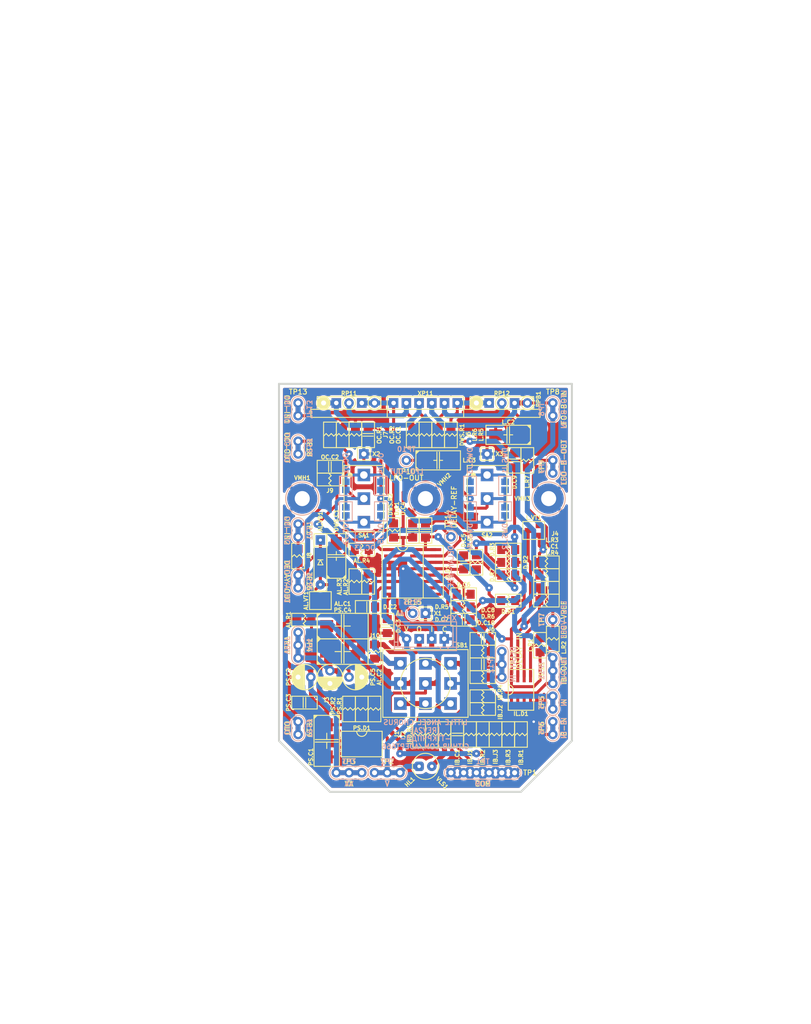
<source format=kicad_pcb>
(kicad_pcb (version 20171130) (host pcbnew 5.1.12-84ad8e8a86~92~ubuntu20.04.1)
  (title_block (title ТКП-1.37.A-3) (date 2023-11-17) (rev 2A) (company "Little Angel Chorus/Vibrato [REV2A]") (comment 1 http://github.com/Adept666) (comment 2 "Igor Ivanov (Игорь Иванов)") (comment 3 -ТТКРЧПДЛ-) (comment 4 "This project is licensed under GNU General Public License v3.0 or later"))
  (layers (0 F.Cu signal) (31 B.Cu signal) (36 B.SilkS user) (37 F.SilkS user) (38 B.Mask user) (39 F.Mask user) (44 Edge.Cuts user))
  (net 0 "")
  (net 1 COM)
  (net 2 "Net-(HL1-PadC)")
  (net 3 /LED)
  (net 4 V)
  (net 5 "Net-(SB1-PadNC1)")
  (net 6 /WS)
  (net 7 VA)
  (net 8 "Net-(AL.R2-Pad2)")
  (net 9 /AL)
  (net 10 /DELAY-REF)
  (net 11 "Net-(D.C2-Pad2)")
  (net 12 "Net-(D.C3-Pad2)")
  (net 13 "Net-(D.C4-Pad2)")
  (net 14 "Net-(D.C4-Pad1)")
  (net 15 "Net-(D.C5-Pad2)")
  (net 16 "Net-(D.C5-Pad1)")
  (net 17 "Net-(D.C6-Pad2)")
  (net 18 "Net-(D.C6-Pad1)")
  (net 19 "Net-(D.C7-Pad2)")
  (net 20 "Net-(D.C7-Pad1)")
  (net 21 "Net-(D.C8-Pad2)")
  (net 22 "Net-(D.C9-Pad1)")
  (net 23 /DELAY-IN)
  (net 24 "Net-(D.C10-Pad1)")
  (net 25 "Net-(D.D1-Pad5)")
  (net 26 /DELAY-OUT)
  (net 27 "Net-(DWS.C1-Pad-)")
  (net 28 "Net-(DWS.J1-Pad2)")
  (net 29 "Net-(DWS.J2-Pad2)")
  (net 30 "Net-(DWS.J3-Pad2)")
  (net 31 /DEPTH-IN)
  (net 32 "Net-(IB.C1-Pad2)")
  (net 33 /IB-IN)
  (net 34 "Net-(IB.J1-Pad2)")
  (net 35 "Net-(IB.J2-Pad2)")
  (net 36 VREF)
  (net 37 "Net-(IB.R2-Pad2)")
  (net 38 /IB-OUT)
  (net 39 /LFO-VREF)
  (net 40 /CIR-IN)
  (net 41 /IN)
  (net 42 /LFO-B-OUT)
  (net 43 /LFO-B-IN)
  (net 44 /LFO-OUT)
  (net 45 /OC-IN1)
  (net 46 /OC-IN2)
  (net 47 /CIR-OUT)
  (net 48 /OC-OUT)
  (net 49 /OUT)
  (net 50 "Net-(L.R5-Pad2)")
  (net 51 "Net-(OC.C1-Pad1)")
  (net 52 "Net-(OC.J1-Pad2)")
  (net 53 "Net-(OC.J1-Pad1)")
  (net 54 "Net-(OC.J2-Pad2)")
  (net 55 "Net-(IL.D1-Pad7)")
  (net 56 "Net-(IL.D1-Pad6)")
  (net 57 "Net-(DWS.R1-Pad2)")
  (net 58 "Net-(L.R6-Pad2)")
  (module KCL-TH-ML:CON-PAD-S-1.0-1.9 (layer F.Cu) (at 117.695 138.43)
    (fp_text reference X3 (at 1.5875 0) (layer F.SilkS) (effects (font (size 0.8 0.8) (thickness 0.2)) (justify left)))
    (fp_text value COM)
    (pad 1 thru_hole rect (at 0 0) (size 1.9 1.9) (drill 1) (layers *.Cu *.Mask) (net 1 COM))
  )
  (module KCL-TH-ML:CON-PAD-S-1.0-1.9 (layer F.Cu) (at 93.125 138.43)
    (fp_text reference X2 (at 1.5875 0) (layer F.SilkS) (effects (font (size 0.8 0.8) (thickness 0.2)) (justify left)))
    (fp_text value COM)
    (pad 1 thru_hole rect (at 0 0) (size 1.9 1.9) (drill 1) (layers *.Cu *.Mask) (net 1 COM))
  )
  (module KCL-TH-ML:CON-PAD-S-1.0-1.9 (layer F.Cu) (at 105.41 170.18)
    (fp_text reference X1 (at 1.5875 0) (layer F.SilkS) (effects (font (size 0.8 0.8) (thickness 0.2)) (justify left)))
    (fp_text value COM)
    (pad 1 thru_hole rect (at 0 0) (size 1.9 1.9) (drill 1) (layers *.Cu *.Mask) (net 1 COM))
  )
  (module KCL-VIRTUAL:VFM-1.0-3.0-SL (layer F.Cu) (at 128.27 196.85)
    (fp_text reference VFM3 hide)
    (fp_text value 1.0 hide)
    (pad "" smd circle (at 0 0) (size 1 1) (layers F.Cu F.Mask) (clearance 1.1))
  )
  (module KCL-VIRTUAL:VFM-1.0-3.0-SL (layer F.Cu) (at 128.27 133.35)
    (fp_text reference VFM2 hide)
    (fp_text value 1.0 hide)
    (pad "" smd circle (at 0 0) (size 1 1) (layers F.Cu F.Mask) (clearance 1.1))
  )
  (module KCL-VIRTUAL:VFM-1.0-3.0-SL (layer F.Cu) (at 82.55 133.35)
    (fp_text reference VFM1 hide)
    (fp_text value 1.0 hide)
    (pad "" smd circle (at 0 0) (size 1 1) (layers F.Cu F.Mask) (clearance 1.1))
  )
  (module SBKCL-TH-ML:RPB-1590N1-18-2x17-OR-2x1x17-1.6-PNL-7.4-2.8 (layer F.Cu) (at 105.41 117.04)
    (fp_text reference RPB1 (at 22.5425 12.1825 90) (layer F.SilkS) (effects (font (size 0.8 0.8) (thickness 0.2)) (justify left)))
    (fp_text value B50K-B50K)
    (fp_text user XP11 (at 0 9.325) (layer F.SilkS) (effects (font (size 0.8 0.8) (thickness 0.2))))
    (fp_text user RP11 (at -15.24 9.325) (layer F.SilkS) (effects (font (size 0.8 0.8) (thickness 0.2))))
    (fp_text user RP12 (at 15.24 9.325) (layer F.SilkS) (effects (font (size 0.8 0.8) (thickness 0.2))))
    (pad NC4 thru_hole rect (at 17.78 11.23) (size 1.9 1.9) (drill 0.9) (layers *.Cu *.Mask) (net 43 /LFO-B-IN))
    (pad NC3 thru_hole rect (at 12.7 11.23) (size 1.9 1.9) (drill 0.9) (layers *.Cu *.Mask) (net 50 "Net-(L.R5-Pad2)"))
    (pad NC2 thru_hole rect (at -12.7 11.23) (size 1.9 1.9) (drill 0.9) (layers *.Cu *.Mask) (net 30 "Net-(DWS.J3-Pad2)"))
    (pad NC1 thru_hole rect (at -17.78 11.23) (size 1.9 1.9) (drill 0.9) (layers *.Cu *.Mask) (net 31 /DEPTH-IN))
    (pad 23 thru_hole rect (at 1.27 11.23) (size 1.9 1.9) (drill 0.9) (layers *.Cu *.Mask) (net 43 /LFO-B-IN))
    (pad 13 thru_hole rect (at -6.35 11.23) (size 1.9 1.9) (drill 0.9) (layers *.Cu *.Mask) (net 30 "Net-(DWS.J3-Pad2)"))
    (pad 11 thru_hole rect (at -1.27 11.23) (size 1.9 1.9) (drill 0.9) (layers *.Cu *.Mask) (net 31 /DEPTH-IN))
    (pad 12 thru_hole rect (at -3.81 11.23) (size 1.9 1.9) (drill 0.9) (layers *.Cu *.Mask) (net 57 "Net-(DWS.R1-Pad2)"))
    (pad 22 thru_hole rect (at 3.81 11.23) (size 1.9 1.9) (drill 0.9) (layers *.Cu *.Mask) (net 58 "Net-(L.R6-Pad2)"))
    (pad 21 thru_hole rect (at 6.35 11.23) (size 1.9 1.9) (drill 0.9) (layers *.Cu *.Mask) (net 50 "Net-(L.R5-Pad2)"))
    (pad 13 thru_hole circle (at -10.16 11.23) (size 1.9 1.9) (drill 1) (layers *.Cu *.Mask) (net 30 "Net-(DWS.J3-Pad2)"))
    (pad 12 thru_hole circle (at -15.24 11.23) (size 1.9 1.9) (drill 1) (layers *.Cu *.Mask) (net 57 "Net-(DWS.R1-Pad2)"))
    (pad 11 thru_hole circle (at -20.32 11.23) (size 1.9 1.9) (drill 1) (layers *.Cu *.Mask) (net 31 /DEPTH-IN))
    (pad 23 thru_hole circle (at 20.32 11.23) (size 1.9 1.9) (drill 1) (layers *.Cu *.Mask) (net 43 /LFO-B-IN))
    (pad 22 thru_hole circle (at 15.24 11.23) (size 1.9 1.9) (drill 1) (layers *.Cu *.Mask) (net 58 "Net-(L.R6-Pad2)"))
    (pad 21 thru_hole circle (at 10.16 11.23) (size 1.9 1.9) (drill 1) (layers *.Cu *.Mask) (net 50 "Net-(L.R5-Pad2)"))
  )
  (module KCL-TH-ML:SW-MTS-102-A2-2.5-PNL-6.0 (layer F.Cu) (at 117.695 147.32)
    (fp_text reference SA2 (at 0 7.3025) (layer F.SilkS) (effects (font (size 0.8 0.8) (thickness 0.2))))
    (fp_text value MTS-102-A2)
    (pad NO thru_hole rect (at 0 4.7) (size 2.5 2.5) (drill 1.5) (layers *.Cu *.Mask) (net 29 "Net-(DWS.J2-Pad2)"))
    (pad COM thru_hole rect (at 0 0) (size 2.5 2.5) (drill 1.5) (layers *.Cu *.Mask) (net 27 "Net-(DWS.C1-Pad-)"))
    (pad NC thru_hole rect (at 0 -4.7) (size 2.5 2.5) (drill 1.5) (layers *.Cu *.Mask) (net 28 "Net-(DWS.J1-Pad2)"))
  )
  (module KCL-TH-ML:SW-MTS-102-A2-2.5-PNL-6.0 (layer F.Cu) (at 93.125 147.32)
    (fp_text reference SA1 (at 0 7.3025) (layer F.SilkS) (effects (font (size 0.8 0.8) (thickness 0.2))))
    (fp_text value MTS-102-A2)
    (pad NO thru_hole rect (at 0 4.7) (size 2.5 2.5) (drill 1.5) (layers *.Cu *.Mask) (net 54 "Net-(OC.J2-Pad2)"))
    (pad COM thru_hole rect (at 0 0) (size 2.5 2.5) (drill 1.5) (layers *.Cu *.Mask) (net 53 "Net-(OC.J1-Pad1)"))
    (pad NC thru_hole rect (at 0 -4.7) (size 2.5 2.5) (drill 1.5) (layers *.Cu *.Mask) (net 52 "Net-(OC.J1-Pad2)"))
  )
  (module KCL-SM:J-SB-0805-2 (layer B.Cu) (at 96.52 149.86 90)
    (fp_text reference OC.J5 (at -2.2225 0 90) (layer B.SilkS) (effects (font (thickness 0.2)) (justify left mirror)))
    (fp_text value OC.J5)
    (pad 1 smd rect (at -0.8 0 90) (size 1.3 1.5) (layers B.Cu B.Mask) (net 54 "Net-(OC.J2-Pad2)"))
    (pad 2 smd rect (at 0.8 0 90) (size 1.3 1.5) (layers B.Cu B.Mask) (net 51 "Net-(OC.C1-Pad1)"))
  )
  (module KCL-SM:J-SB-0805-2 (layer B.Cu) (at 96.52 144.78 270)
    (fp_text reference OC.J4 (at -2.2225 0 270) (layer B.SilkS) (effects (font (thickness 0.2)) (justify right mirror)))
    (fp_text value OC.J4)
    (pad 2 smd rect (at 0.8 0 270) (size 1.3 1.5) (layers B.Cu B.Mask) (net 51 "Net-(OC.C1-Pad1)"))
    (pad 1 smd rect (at -0.8 0 270) (size 1.3 1.5) (layers B.Cu B.Mask) (net 52 "Net-(OC.J1-Pad2)"))
  )
  (module KCL-SM:J-SB-0805-2 (layer B.Cu) (at 93.345 154.94)
    (fp_text reference OC.J3 (at 0 2.2225 180) (layer B.SilkS) (effects (font (thickness 0.2)) (justify mirror)))
    (fp_text value OC.J3)
    (pad 1 smd rect (at -0.8 0) (size 1.3 1.5) (layers B.Cu B.Mask) (net 53 "Net-(OC.J1-Pad1)"))
    (pad 2 smd rect (at 0.8 0) (size 1.3 1.5) (layers B.Cu B.Mask) (net 51 "Net-(OC.C1-Pad1)"))
  )
  (module KCL-SM:J-SB-0805-2 (layer B.Cu) (at 89.535 149.86 270)
    (fp_text reference OC.J2 (at 2.2225 0 270) (layer B.SilkS) (effects (font (thickness 0.2)) (justify left mirror)))
    (fp_text value OC.J2)
    (pad 1 smd rect (at -0.8 0 270) (size 1.3 1.5) (layers B.Cu B.Mask) (net 53 "Net-(OC.J1-Pad1)"))
    (pad 2 smd rect (at 0.8 0 270) (size 1.3 1.5) (layers B.Cu B.Mask) (net 54 "Net-(OC.J2-Pad2)"))
  )
  (module KCL-SM:J-SB-0805-2 (layer B.Cu) (at 89.535 144.78 90)
    (fp_text reference OC.J1 (at 2.2225 0 90) (layer B.SilkS) (effects (font (thickness 0.2)) (justify right mirror)))
    (fp_text value OC.J1)
    (pad 1 smd rect (at -0.8 0 90) (size 1.3 1.5) (layers B.Cu B.Mask) (net 53 "Net-(OC.J1-Pad1)"))
    (pad 2 smd rect (at 0.8 0 90) (size 1.3 1.5) (layers B.Cu B.Mask) (net 52 "Net-(OC.J1-Pad2)"))
  )
  (module KCL-SM:J-SB-0805-2 (layer B.Cu) (at 114.3 149.86 90)
    (fp_text reference DWS.J4 (at -2.2225 0 90) (layer B.SilkS) (effects (font (thickness 0.2)) (justify left mirror)))
    (fp_text value DWS.J4)
    (pad 2 smd rect (at 0.8 0 90) (size 1.3 1.5) (layers B.Cu B.Mask) (net 30 "Net-(DWS.J3-Pad2)"))
    (pad 1 smd rect (at -0.8 0 90) (size 1.3 1.5) (layers B.Cu B.Mask) (net 29 "Net-(DWS.J2-Pad2)"))
  )
  (module KCL-SM:J-SB-0805-2 (layer B.Cu) (at 114.3 144.78 270)
    (fp_text reference DWS.J3 (at -2.2225 0 270) (layer B.SilkS) (effects (font (thickness 0.2)) (justify right mirror)))
    (fp_text value DWS.J3)
    (pad 2 smd rect (at 0.8 0 270) (size 1.3 1.5) (layers B.Cu B.Mask) (net 30 "Net-(DWS.J3-Pad2)"))
    (pad 1 smd rect (at -0.8 0 270) (size 1.3 1.5) (layers B.Cu B.Mask) (net 28 "Net-(DWS.J1-Pad2)"))
  )
  (module KCL-SM:J-SB-0805-2 (layer B.Cu) (at 121.285 149.86 270)
    (fp_text reference DWS.J2 (at 2.2225 0 270) (layer B.SilkS) (effects (font (thickness 0.2)) (justify left mirror)))
    (fp_text value DWS.J2)
    (pad 2 smd rect (at 0.8 0 270) (size 1.3 1.5) (layers B.Cu B.Mask) (net 29 "Net-(DWS.J2-Pad2)"))
    (pad 1 smd rect (at -0.8 0 270) (size 1.3 1.5) (layers B.Cu B.Mask) (net 27 "Net-(DWS.C1-Pad-)"))
  )
  (module KCL-SM:J-SB-0805-2 (layer B.Cu) (at 121.285 144.78 90)
    (fp_text reference DWS.J1 (at 2.2225 0 90) (layer B.SilkS) (effects (font (thickness 0.2)) (justify right mirror)))
    (fp_text value DWS.J1)
    (pad 1 smd rect (at -0.8 0 90) (size 1.3 1.5) (layers B.Cu B.Mask) (net 27 "Net-(DWS.C1-Pad-)"))
    (pad 2 smd rect (at 0.8 0 90) (size 1.3 1.5) (layers B.Cu B.Mask) (net 28 "Net-(DWS.J1-Pad2)"))
  )
  (module KCL-TH-ML:TP-2-1.0-1.9 (layer F.Cu) (at 80.01 193.04 270)
    (fp_text reference TP19 (at 0 -2.2225 270 unlocked) (layer F.SilkS) (effects (font (thickness 0.2))))
    (fp_text value OUT (at 0 2.2225 270 unlocked) (layer F.SilkS) (effects (font (thickness 0.2))))
    (fp_text user %R (at 0 -2.2225 270 unlocked) (layer B.SilkS) (effects (font (thickness 0.2)) (justify mirror)))
    (fp_text user %V (at 0 2.2225 270 unlocked) (layer B.SilkS) (effects (font (thickness 0.2)) (justify mirror)))
    (pad 1 thru_hole circle (at -1.27 0 270) (size 1.9 1.9) (drill 1) (layers *.Cu *.Mask) (net 49 /OUT))
    (pad 1 thru_hole circle (at 1.27 0 270) (size 1.9 1.9) (drill 1) (layers *.Cu *.Mask) (net 49 /OUT))
  )
  (module KCL-TH-ML:TP-2-1.0-1.9 (layer F.Cu) (at 80.01 137.16 270)
    (fp_text reference TP18 (at 0 -2.2225 270 unlocked) (layer F.SilkS) (effects (font (thickness 0.2))))
    (fp_text value OC-OUT (at 0 2.2225 270 unlocked) (layer F.SilkS) (effects (font (thickness 0.2))))
    (fp_text user %V (at 0 2.2225 270 unlocked) (layer B.SilkS) (effects (font (thickness 0.2)) (justify mirror)))
    (fp_text user %R (at 0 -2.2225 270 unlocked) (layer B.SilkS) (effects (font (thickness 0.2)) (justify mirror)))
    (pad 1 thru_hole circle (at 1.27 0 270) (size 1.9 1.9) (drill 1) (layers *.Cu *.Mask) (net 48 /OC-OUT))
    (pad 1 thru_hole circle (at -1.27 0 270) (size 1.9 1.9) (drill 1) (layers *.Cu *.Mask) (net 48 /OC-OUT))
  )
  (module KCL-TH-ML:TP-2-1.0-1.9 (layer F.Cu) (at 80.01 153.67 270)
    (fp_text reference TP17 (at 0 -2.2225 270 unlocked) (layer F.SilkS) (effects (font (thickness 0.2))))
    (fp_text value OC-IN2 (at 0 2.2225 270 unlocked) (layer F.SilkS) (effects (font (thickness 0.2))))
    (fp_text user %V (at 0 2.2225 270 unlocked) (layer B.SilkS) (effects (font (thickness 0.2)) (justify mirror)))
    (fp_text user %R (at 0 -2.2225 270 unlocked) (layer B.SilkS) (effects (font (thickness 0.2)) (justify mirror)))
    (pad 1 thru_hole circle (at 1.27 0 270) (size 1.9 1.9) (drill 1) (layers *.Cu *.Mask) (net 46 /OC-IN2))
    (pad 1 thru_hole circle (at -1.27 0 270) (size 1.9 1.9) (drill 1) (layers *.Cu *.Mask) (net 46 /OC-IN2))
  )
  (module KCL-TH-ML:TP-2-1.0-1.9 (layer F.Cu) (at 80.01 163.83 270)
    (fp_text reference TP16 (at 0 -2.2225 270 unlocked) (layer F.SilkS) (effects (font (thickness 0.2))))
    (fp_text value DELAY-OUT (at 0 2.2225 270 unlocked) (layer F.SilkS) (effects (font (thickness 0.2))))
    (fp_text user %V (at 0 2.2225 270 unlocked) (layer B.SilkS) (effects (font (thickness 0.2)) (justify mirror)))
    (fp_text user %R (at 0 -2.2225 270 unlocked) (layer B.SilkS) (effects (font (thickness 0.2)) (justify mirror)))
    (pad 1 thru_hole circle (at 1.27 0 270) (size 1.9 1.9) (drill 1) (layers *.Cu *.Mask) (net 26 /DELAY-OUT))
    (pad 1 thru_hole circle (at -1.27 0 270) (size 1.9 1.9) (drill 1) (layers *.Cu *.Mask) (net 26 /DELAY-OUT))
  )
  (module KCL-TH-ML:TP-1-1.0-1.9 (layer F.Cu) (at 102.87 170.18)
    (fp_text reference TP15 (at 0 -2.2225 unlocked) (layer F.SilkS) (effects (font (thickness 0.2))))
    (fp_text value AL (at -1.5875 0 unlocked) (layer F.SilkS) (effects (font (thickness 0.2)) (justify right)))
    (fp_text user %V (at -1.5875 0 unlocked) (layer B.SilkS) (effects (font (thickness 0.2)) (justify left mirror)))
    (fp_text user %R (at 0 -2.2225 unlocked) (layer B.SilkS) (effects (font (thickness 0.2)) (justify mirror)))
    (pad 1 thru_hole circle (at 0 0) (size 1.9 1.9) (drill 1) (layers *.Cu *.Mask) (net 9 /AL))
  )
  (module KCL-TH-ML:TP-1-1.0-1.9 (layer F.Cu) (at 110.49 154.94 90)
    (fp_text reference TP14 (at 1.5875 -0.635 90 unlocked) (layer F.SilkS) (effects (font (thickness 0.2)) (justify left)))
    (fp_text value DELAY-REF (at 1.5875 0.635 90 unlocked) (layer F.SilkS) (effects (font (thickness 0.2)) (justify left)))
    (fp_text user %V (at -1.5875 0 90 unlocked) (layer B.SilkS) (effects (font (thickness 0.2)) (justify left mirror)))
    (fp_text user %R (at 1.5875 0 90 unlocked) (layer B.SilkS) (effects (font (thickness 0.2)) (justify right mirror)))
    (pad 1 thru_hole circle (at 0 0 90) (size 1.9 1.9) (drill 1) (layers *.Cu *.Mask) (net 10 /DELAY-REF))
  )
  (module KCL-TH-ML:TP-2-1.0-1.9 (layer F.Cu) (at 80.01 129.54 270)
    (fp_text reference TP13 (at -3.4925 0 unlocked) (layer F.SilkS) (effects (font (thickness 0.2))))
    (fp_text value OC-IN1 (at 0 2.2225 270 unlocked) (layer F.SilkS) (effects (font (thickness 0.2))))
    (fp_text user %R (at 0 -2.2225 270 unlocked) (layer B.SilkS) (effects (font (thickness 0.2)) (justify mirror)))
    (fp_text user %V (at 0 2.2225 270 unlocked) (layer B.SilkS) (effects (font (thickness 0.2)) (justify mirror)))
    (pad 1 thru_hole circle (at -1.27 0 270) (size 1.9 1.9) (drill 1) (layers *.Cu *.Mask) (net 45 /OC-IN1))
    (pad 1 thru_hole circle (at 1.27 0 270) (size 1.9 1.9) (drill 1) (layers *.Cu *.Mask) (net 45 /OC-IN1))
  )
  (module KCL-TH-ML:TP-3-1.0-1.9 (layer F.Cu) (at 120.65 180.34 90)
    (fp_text reference TP12 (at -0.9525 2.2225 90 unlocked) (layer F.SilkS) (effects (font (thickness 0.2)) (justify left)))
    (fp_text value DELAY-IN (at -0.9525 3.4925 90 unlocked) (layer F.SilkS) (effects (font (thickness 0.2)) (justify left)))
    (fp_text user %V (at 0 2.2225 90 unlocked) (layer B.SilkS) (effects (font (thickness 0.2)) (justify mirror)))
    (fp_text user %R (at 0 -2.2225 90 unlocked) (layer B.SilkS) (effects (font (thickness 0.2)) (justify mirror)))
    (pad 1 thru_hole circle (at 2.54 0 90) (size 1.9 1.9) (drill 1) (layers *.Cu *.Mask) (net 23 /DELAY-IN))
    (pad 1 thru_hole circle (at 0 0 90) (size 1.9 1.9) (drill 1) (layers *.Cu *.Mask) (net 23 /DELAY-IN))
    (pad 1 thru_hole circle (at -2.54 0 90) (size 1.9 1.9) (drill 1) (layers *.Cu *.Mask) (net 23 /DELAY-IN))
  )
  (module KCL-TH-ML:TP-3-1.0-1.9 (layer F.Cu) (at 130.81 181.61 90)
    (fp_text reference TP11 (at 0 -2.2225 90 unlocked) (layer F.SilkS) (effects (font (thickness 0.2))))
    (fp_text value IB-OUT (at 0 2.2225 90 unlocked) (layer F.SilkS) (effects (font (thickness 0.2))))
    (fp_text user %R (at 0 -2.2225 90 unlocked) (layer B.SilkS) (effects (font (thickness 0.2)) (justify mirror)))
    (fp_text user %V (at 0 2.2225 90 unlocked) (layer B.SilkS) (effects (font (thickness 0.2)) (justify mirror)))
    (pad 1 thru_hole circle (at -2.54 0 90) (size 1.9 1.9) (drill 1) (layers *.Cu *.Mask) (net 38 /IB-OUT))
    (pad 1 thru_hole circle (at 0 0 90) (size 1.9 1.9) (drill 1) (layers *.Cu *.Mask) (net 38 /IB-OUT))
    (pad 1 thru_hole circle (at 2.54 0 90) (size 1.9 1.9) (drill 1) (layers *.Cu *.Mask) (net 38 /IB-OUT))
  )
  (module KCL-TH-ML:TP-1-1.0-1.9 (layer F.Cu) (at 101.6 139.7)
    (fp_text reference TP10 (at 0 2.2225 unlocked) (layer F.SilkS) (effects (font (thickness 0.2))))
    (fp_text value LFO-OUT (at 0 3.4925 unlocked) (layer F.SilkS) (effects (font (thickness 0.2))))
    (fp_text user %R (at 0 -2.2225 unlocked) (layer B.SilkS) (effects (font (thickness 0.2)) (justify mirror)))
    (fp_text user %V (at 0 2.2225 unlocked) (layer B.SilkS) (effects (font (thickness 0.2)) (justify mirror)))
    (pad 1 thru_hole circle (at 0 0) (size 1.9 1.9) (drill 1) (layers *.Cu *.Mask) (net 44 /LFO-OUT))
  )
  (module KCL-TH-ML:TP-2-1.0-1.9 (layer F.Cu) (at 130.81 140.97 90)
    (fp_text reference TP9 (at 0 -2.2225 90 unlocked) (layer F.SilkS) (effects (font (thickness 0.2))))
    (fp_text value LFO-B-OUT (at -3.81 2.2225 90 unlocked) (layer F.SilkS) (effects (font (thickness 0.2)) (justify left)))
    (fp_text user %R (at 0 -2.2225 90 unlocked) (layer B.SilkS) (effects (font (thickness 0.2)) (justify mirror)))
    (fp_text user %V (at -3.81 2.2225 90 unlocked) (layer B.SilkS) (effects (font (thickness 0.2)) (justify right mirror)))
    (pad 1 thru_hole circle (at -1.27 0 90) (size 1.9 1.9) (drill 1) (layers *.Cu *.Mask) (net 42 /LFO-B-OUT))
    (pad 1 thru_hole circle (at 1.27 0 90) (size 1.9 1.9) (drill 1) (layers *.Cu *.Mask) (net 42 /LFO-B-OUT))
  )
  (module KCL-TH-ML:TP-2-1.0-1.9 (layer F.Cu) (at 130.81 129.54 90)
    (fp_text reference TP8 (at 3.4925 0 unlocked) (layer F.SilkS) (effects (font (thickness 0.2))))
    (fp_text value LFO-B-IN (at 0 2.2225 90 unlocked) (layer F.SilkS) (effects (font (thickness 0.2))))
    (fp_text user %V (at 0 2.2225 90 unlocked) (layer B.SilkS) (effects (font (thickness 0.2)) (justify mirror)))
    (fp_text user %R (at 0 -2.2225 90 unlocked) (layer B.SilkS) (effects (font (thickness 0.2)) (justify mirror)))
    (pad 1 thru_hole circle (at 1.27 0 90) (size 1.9 1.9) (drill 1) (layers *.Cu *.Mask) (net 43 /LFO-B-IN))
    (pad 1 thru_hole circle (at -1.27 0 90) (size 1.9 1.9) (drill 1) (layers *.Cu *.Mask) (net 43 /LFO-B-IN))
  )
  (module KCL-TH-ML:TP-1-1.0-1.9 (layer F.Cu) (at 130.81 171.45 90)
    (fp_text reference TP7 (at 0 -2.2225 90 unlocked) (layer F.SilkS) (effects (font (thickness 0.2))))
    (fp_text value LFO-VREF (at 0 2.2225 90 unlocked) (layer F.SilkS) (effects (font (thickness 0.2))))
    (fp_text user %R (at 0 -2.2225 90 unlocked) (layer B.SilkS) (effects (font (thickness 0.2)) (justify mirror)))
    (fp_text user %V (at 0 2.2225 90 unlocked) (layer B.SilkS) (effects (font (thickness 0.2)) (justify mirror)))
    (pad 1 thru_hole circle (at 0 0 90) (size 1.9 1.9) (drill 1) (layers *.Cu *.Mask) (net 39 /LFO-VREF))
  )
  (module KCL-TH-ML:TP-2-1.0-1.9 (layer F.Cu) (at 130.81 193.04 90)
    (fp_text reference TP6 (at 0 -2.2225 90 unlocked) (layer F.SilkS) (effects (font (thickness 0.2))))
    (fp_text value IB-IN (at 0 2.2225 90 unlocked) (layer F.SilkS) (effects (font (thickness 0.2))))
    (fp_text user %R (at 0 -2.2225 90 unlocked) (layer B.SilkS) (effects (font (thickness 0.2)) (justify mirror)))
    (fp_text user %V (at 0 2.2225 90 unlocked) (layer B.SilkS) (effects (font (thickness 0.2)) (justify mirror)))
    (pad 1 thru_hole circle (at -1.27 0 90) (size 1.9 1.9) (drill 1) (layers *.Cu *.Mask) (net 33 /IB-IN))
    (pad 1 thru_hole circle (at 1.27 0 90) (size 1.9 1.9) (drill 1) (layers *.Cu *.Mask) (net 33 /IB-IN))
  )
  (module KCL-TH-ML:TP-2-1.0-1.9 (layer F.Cu) (at 130.81 187.96 90)
    (fp_text reference TP5 (at 0 -2.2225 90 unlocked) (layer F.SilkS) (effects (font (thickness 0.2))))
    (fp_text value IN (at 0 2.2225 90 unlocked) (layer F.SilkS) (effects (font (thickness 0.2))))
    (fp_text user %R (at 0 -2.2225 90 unlocked) (layer B.SilkS) (effects (font (thickness 0.2)) (justify mirror)))
    (fp_text user %V (at 0 2.2225 90 unlocked) (layer B.SilkS) (effects (font (thickness 0.2)) (justify mirror)))
    (pad 1 thru_hole circle (at -1.27 0 90) (size 1.9 1.9) (drill 1) (layers *.Cu *.Mask) (net 41 /IN))
    (pad 1 thru_hole circle (at 1.27 0 90) (size 1.9 1.9) (drill 1) (layers *.Cu *.Mask) (net 41 /IN))
  )
  (module KCL-TH-ML:TP-3-1.0-1.9 (layer F.Cu) (at 80.01 176.53 270)
    (fp_text reference TP4 (at 0 -2.2225 270 unlocked) (layer F.SilkS) (effects (font (thickness 0.2))))
    (fp_text value VREF (at 0 2.2225 270 unlocked) (layer F.SilkS) (effects (font (thickness 0.2))))
    (fp_text user %V (at 0 2.2225 270 unlocked) (layer B.SilkS) (effects (font (thickness 0.2)) (justify mirror)))
    (fp_text user %R (at 0 -2.2225 270 unlocked) (layer B.SilkS) (effects (font (thickness 0.2)) (justify mirror)))
    (pad 1 thru_hole circle (at 2.54 0 270) (size 1.9 1.9) (drill 1) (layers *.Cu *.Mask) (net 36 VREF))
    (pad 1 thru_hole circle (at 0 0 270) (size 1.9 1.9) (drill 1) (layers *.Cu *.Mask) (net 36 VREF))
    (pad 1 thru_hole circle (at -2.54 0 270) (size 1.9 1.9) (drill 1) (layers *.Cu *.Mask) (net 36 VREF))
  )
  (module KCL-TH-ML:TP-3-1.0-1.9 (layer F.Cu) (at 90.17 201.93)
    (fp_text reference TP3 (at 0 -2.2225 unlocked) (layer F.SilkS) (effects (font (thickness 0.2))))
    (fp_text value VA (at 0 2.2225 unlocked) (layer F.SilkS) (effects (font (thickness 0.2))))
    (fp_text user %V (at 0 2.2225 unlocked) (layer B.SilkS) (effects (font (thickness 0.2)) (justify mirror)))
    (fp_text user %R (at 0 -2.2225 unlocked) (layer B.SilkS) (effects (font (thickness 0.2)) (justify mirror)))
    (pad 1 thru_hole circle (at 2.54 0) (size 1.9 1.9) (drill 1) (layers *.Cu *.Mask) (net 7 VA))
    (pad 1 thru_hole circle (at 0 0) (size 1.9 1.9) (drill 1) (layers *.Cu *.Mask) (net 7 VA))
    (pad 1 thru_hole circle (at -2.54 0) (size 1.9 1.9) (drill 1) (layers *.Cu *.Mask) (net 7 VA))
  )
  (module KCL-TH-ML:TP-3-1.0-1.9 (layer F.Cu) (at 97.79 201.93)
    (fp_text reference TP2 (at 0 -2.2225 unlocked) (layer F.SilkS) (effects (font (thickness 0.2))))
    (fp_text value V (at 0 2.2225 unlocked) (layer F.SilkS) (effects (font (thickness 0.2))))
    (fp_text user %V (at 0 2.2225 unlocked) (layer B.SilkS) (effects (font (thickness 0.2)) (justify mirror)))
    (fp_text user %R (at 0 -2.2225 unlocked) (layer B.SilkS) (effects (font (thickness 0.2)) (justify mirror)))
    (pad 1 thru_hole circle (at 2.54 0) (size 1.9 1.9) (drill 1) (layers *.Cu *.Mask) (net 4 V))
    (pad 1 thru_hole circle (at 0 0) (size 1.9 1.9) (drill 1) (layers *.Cu *.Mask) (net 4 V))
    (pad 1 thru_hole circle (at -2.54 0) (size 1.9 1.9) (drill 1) (layers *.Cu *.Mask) (net 4 V))
  )
  (module KCL-TH-ML:TP-6-1.0-1.9 (layer F.Cu) (at 116.84 201.93)
    (fp_text reference TP1 (at 7.9375 0 unlocked) (layer F.SilkS) (effects (font (thickness 0.2)) (justify left)))
    (fp_text value COM (at 0 2.2225 unlocked) (layer F.SilkS) (effects (font (thickness 0.2))))
    (fp_text user %R (at 0 -2.2225 unlocked) (layer B.SilkS) (effects (font (thickness 0.2)) (justify mirror)))
    (fp_text user %V (at 0 2.2225 unlocked) (layer B.SilkS) (effects (font (thickness 0.2)) (justify mirror)))
    (pad 1 thru_hole circle (at -6.35 0) (size 1.9 1.9) (drill 1) (layers *.Cu *.Mask) (net 1 COM))
    (pad 1 thru_hole circle (at -3.81 0) (size 1.9 1.9) (drill 1) (layers *.Cu *.Mask) (net 1 COM))
    (pad 1 thru_hole circle (at -1.27 0) (size 1.9 1.9) (drill 1) (layers *.Cu *.Mask) (net 1 COM))
    (pad 1 thru_hole circle (at 1.27 0) (size 1.9 1.9) (drill 1) (layers *.Cu *.Mask) (net 1 COM))
    (pad 1 thru_hole circle (at 3.81 0) (size 1.9 1.9) (drill 1) (layers *.Cu *.Mask) (net 1 COM))
    (pad 1 thru_hole circle (at 6.35 0) (size 1.9 1.9) (drill 1) (layers *.Cu *.Mask) (net 1 COM))
  )
  (module KCL-SM:R-SM-1206 (layer F.Cu) (at 92.71 189.23 90)
    (fp_text reference PS.R2 (at 2.54 -5.715 90) (layer F.SilkS) (effects (font (size 0.8 0.8) (thickness 0.2)) (justify right)))
    (fp_text value 103)
    (pad 1 smd rect (at -1.4 0 90) (size 1.6 1.8) (layers F.Cu F.Mask) (net 1 COM))
    (pad 2 smd rect (at 1.4 0 90) (size 1.6 1.8) (layers F.Cu F.Mask) (net 36 VREF))
  )
  (module KCL-SM:R-SM-1206 (layer F.Cu) (at 95.25 189.23 270)
    (fp_text reference PS.R1 (at -2.54 6.985 270) (layer F.SilkS) (effects (font (size 0.8 0.8) (thickness 0.2)) (justify right)))
    (fp_text value 103)
    (pad 2 smd rect (at 1.4 0 270) (size 1.6 1.8) (layers F.Cu F.Mask) (net 4 V))
    (pad 1 smd rect (at -1.4 0 270) (size 1.6 1.8) (layers F.Cu F.Mask) (net 36 VREF))
  )
  (module KCL-SM:P-SO-08-OUT-GND-GND-NC-NC-GND-GND-IN (layer F.Cu) (at 92.71 196.215)
    (fp_text reference PS.D1 (at 0 -3.175) (layer F.SilkS) (effects (font (size 0.8 0.8) (thickness 0.2))))
    (fp_text value 78L05)
    (pad IN smd rect (at 2.6 -1.905) (size 2.2 0.6) (layers F.Cu F.Mask) (net 4 V))
    (pad GND smd rect (at 2.6 -0.635) (size 2.2 0.6) (layers F.Cu F.Mask) (net 1 COM))
    (pad GND smd rect (at 2.6 0.635) (size 2.2 0.6) (layers F.Cu F.Mask) (net 1 COM))
    (pad NC smd rect (at 2.6 1.905) (size 2.2 0.6) (layers F.Cu F.Mask) (net 1 COM))
    (pad NC smd rect (at -2.6 1.905) (size 2.2 0.6) (layers F.Cu F.Mask) (net 1 COM))
    (pad GND smd rect (at -2.6 0.635) (size 2.2 0.6) (layers F.Cu F.Mask) (net 1 COM))
    (pad GND smd rect (at -2.6 -0.635) (size 2.2 0.6) (layers F.Cu F.Mask) (net 1 COM))
    (pad OUT smd rect (at -2.6 -1.905) (size 2.2 0.6) (layers F.Cu F.Mask) (net 7 VA))
  )
  (module KCL-TH-ML:CP-RADIAL-D05.0-P02.0-CLS (layer F.Cu) (at 86.36 182.88 270)
    (fp_text reference PS.C5 (at 0 -8.5725 270) (layer F.SilkS) (effects (font (size 0.8 0.8) (thickness 0.2))))
    (fp_text value 476)
    (pad - thru_hole roundrect (at 1.27 0 270) (size 1.9 1.9) (drill 1) (layers *.Cu *.Mask) (roundrect_rratio 0.3) (net 1 COM))
    (pad + thru_hole circle (at -1.27 0 270) (size 1.9 1.9) (drill 1) (layers *.Cu *.Mask) (net 36 VREF))
  )
  (module KCL-SM:CP-CTSMD-D (layer F.Cu) (at 88.9 177.8)
    (fp_text reference PS.C4 (at 0 -8.255) (layer F.SilkS) (effects (font (size 0.8 0.8) (thickness 0.2))))
    (fp_text value 476)
    (pad - smd rect (at 3.2 0) (size 2.6 2.4) (layers F.Cu F.Mask) (net 1 COM))
    (pad + smd rect (at -3.2 0) (size 2.6 2.4) (layers F.Cu F.Mask) (net 36 VREF))
  )
  (module KCL-SM:C-SM-1206 (layer F.Cu) (at 81.28 187.96 180)
    (fp_text reference PS.C3 (at 3.175 0 270) (layer F.SilkS) (effects (font (size 0.8 0.8) (thickness 0.2))))
    (fp_text value 104)
    (pad 2 smd rect (at 1.4 0 180) (size 1.6 1.8) (layers F.Cu F.Mask) (net 1 COM))
    (pad 1 smd rect (at -1.4 0 180) (size 1.6 1.8) (layers F.Cu F.Mask) (net 7 VA))
  )
  (module KCL-TH-ML:CP-RADIAL-D05.0-P02.0-CLS (layer F.Cu) (at 81.28 182.88 180)
    (fp_text reference PS.C2 (at 3.175 0 270) (layer F.SilkS) (effects (font (size 0.8 0.8) (thickness 0.2))))
    (fp_text value 476)
    (pad - thru_hole roundrect (at 1.27 0 180) (size 1.9 1.9) (drill 1) (layers *.Cu *.Mask) (roundrect_rratio 0.3) (net 1 COM))
    (pad + thru_hole circle (at -1.27 0 180) (size 1.9 1.9) (drill 1) (layers *.Cu *.Mask) (net 7 VA))
  )
  (module KCL-SM:CP-CTSMD-D (layer F.Cu) (at 85.725 195.58 270)
    (fp_text reference PS.C1 (at 5.08 3.175 270) (layer F.SilkS) (effects (font (size 0.8 0.8) (thickness 0.2)) (justify left)))
    (fp_text value 476)
    (pad + smd rect (at -3.2 0 270) (size 2.6 2.4) (layers F.Cu F.Mask) (net 7 VA))
    (pad - smd rect (at 3.2 0 270) (size 2.6 2.4) (layers F.Cu F.Mask) (net 1 COM))
  )
  (module KCL-SM:R-SM-1206 (layer F.Cu) (at 91.44 134.62 270)
    (fp_text reference OC.R2 (at 0 -7.3025 270) (layer F.SilkS) (effects (font (size 0.8 0.8) (thickness 0.2))))
    (fp_text value 104)
    (pad 2 smd rect (at 1.4 0 270) (size 1.6 1.8) (layers F.Cu F.Mask) (net 48 /OC-OUT))
    (pad 1 smd rect (at -1.4 0 270) (size 1.6 1.8) (layers F.Cu F.Mask) (net 1 COM))
  )
  (module KCL-SM:R-SM-1206 (layer F.Cu) (at 86.36 134.62 270)
    (fp_text reference OC.R1 (at 0 -9.8425 270) (layer F.SilkS) (effects (font (size 0.8 0.8) (thickness 0.2))))
    (fp_text value 103)
    (pad 2 smd rect (at 1.4 0 270) (size 1.6 1.8) (layers F.Cu F.Mask) (net 53 "Net-(OC.J1-Pad1)"))
    (pad 1 smd rect (at -1.4 0 270) (size 1.6 1.8) (layers F.Cu F.Mask) (net 45 /OC-IN1))
  )
  (module KCL-SM:C-SM-1206 (layer F.Cu) (at 86.36 140.97 180)
    (fp_text reference OC.C2 (at 0 1.905) (layer F.SilkS) (effects (font (size 0.8 0.8) (thickness 0.2))))
    (fp_text value 104)
    (pad 2 smd rect (at 1.4 0 180) (size 1.6 1.8) (layers F.Cu F.Mask) (net 48 /OC-OUT))
    (pad 1 smd rect (at -1.4 0 180) (size 1.6 1.8) (layers F.Cu F.Mask) (net 46 /OC-IN2))
  )
  (module KCL-SM:C-SM-1206 (layer F.Cu) (at 93.98 134.62 270)
    (fp_text reference OC.C1 (at 0 -6.0325 270) (layer F.SilkS) (effects (font (size 0.8 0.8) (thickness 0.2))))
    (fp_text value 104)
    (pad 2 smd rect (at 1.4 0 270) (size 1.6 1.8) (layers F.Cu F.Mask) (net 48 /OC-OUT))
    (pad 1 smd rect (at -1.4 0 270) (size 1.6 1.8) (layers F.Cu F.Mask) (net 51 "Net-(OC.C1-Pad1)"))
  )
  (module KCL-SM:P-SOT-23-B-E-C (layer F.Cu) (at 127 153.67 90)
    (fp_text reference L.VT1 (at 2.54 0 180) (layer F.SilkS) (effects (font (size 0.8 0.8) (thickness 0.2))))
    (fp_text value 3904)
    (pad B smd rect (at -0.95 1.1 90) (size 1 1.4) (layers F.Cu F.Mask) (net 43 /LFO-B-IN))
    (pad E smd rect (at 0.95 1.1 90) (size 1 1.4) (layers F.Cu F.Mask) (net 42 /LFO-B-OUT))
    (pad C smd rect (at 0 -1.1 90) (size 1 1.4) (layers F.Cu F.Mask) (net 4 V))
  )
  (module KCL-SM:R-SM-1206 (layer F.Cu) (at 125.73 139.7 270)
    (fp_text reference L.R7 (at 2.8575 0 270) (layer F.SilkS) (effects (font (size 0.8 0.8) (thickness 0.2)) (justify right)))
    (fp_text value 103)
    (pad 1 smd rect (at -1.4 0 270) (size 1.6 1.8) (layers F.Cu F.Mask) (net 1 COM))
    (pad 2 smd rect (at 1.4 0 270) (size 1.6 1.8) (layers F.Cu F.Mask) (net 42 /LFO-B-OUT))
  )
  (module KCL-SM:R-SM-1206 (layer F.Cu) (at 107.95 134.62 90)
    (fp_text reference L.R6 (at 0 7.3025 90) (layer F.SilkS) (effects (font (size 0.8 0.8) (thickness 0.2))))
    (fp_text value X)
    (pad 2 smd rect (at 1.4 0 90) (size 1.6 1.8) (layers F.Cu F.Mask) (net 58 "Net-(L.R6-Pad2)"))
    (pad 1 smd rect (at -1.4 0 90) (size 1.6 1.8) (layers F.Cu F.Mask) (net 50 "Net-(L.R5-Pad2)"))
  )
  (module KCL-SM:R-SM-1206 (layer F.Cu) (at 110.49 134.62 90)
    (fp_text reference L.R5 (at 0 6.0325 90) (layer F.SilkS) (effects (font (size 0.8 0.8) (thickness 0.2))))
    (fp_text value 472)
    (pad 2 smd rect (at 1.4 0 90) (size 1.6 1.8) (layers F.Cu F.Mask) (net 50 "Net-(L.R5-Pad2)"))
    (pad 1 smd rect (at -1.4 0 90) (size 1.6 1.8) (layers F.Cu F.Mask) (net 55 "Net-(IL.D1-Pad7)"))
  )
  (module KCL-SM:R-SM-1206 (layer F.Cu) (at 129.54 167.64 180)
    (fp_text reference L.R4 (at -2.54 9.525 180) (layer F.SilkS) (effects (font (size 0.8 0.8) (thickness 0.2)) (justify right)))
    (fp_text value 224)
    (pad 1 smd rect (at -1.4 0 180) (size 1.6 1.8) (layers F.Cu F.Mask) (net 39 /LFO-VREF))
    (pad 2 smd rect (at 1.4 0 180) (size 1.6 1.8) (layers F.Cu F.Mask) (net 55 "Net-(IL.D1-Pad7)"))
  )
  (module KCL-SM:R-SM-1206 (layer F.Cu) (at 129.54 162.56 180)
    (fp_text reference L.R3 (at -2.54 6.985 180) (layer F.SilkS) (effects (font (size 0.8 0.8) (thickness 0.2)) (justify right)))
    (fp_text value 224)
    (pad 2 smd rect (at 1.4 0 180) (size 1.6 1.8) (layers F.Cu F.Mask) (net 43 /LFO-B-IN))
    (pad 1 smd rect (at -1.4 0 180) (size 1.6 1.8) (layers F.Cu F.Mask) (net 56 "Net-(IL.D1-Pad6)"))
  )
  (module KCL-SM:R-SM-1206 (layer F.Cu) (at 130.81 175.26 90)
    (fp_text reference L.R2 (at -3.175 2.2225 90) (layer F.SilkS) (effects (font (size 0.8 0.8) (thickness 0.2)) (justify left)))
    (fp_text value 473)
    (pad 2 smd rect (at 1.4 0 90) (size 1.6 1.8) (layers F.Cu F.Mask) (net 39 /LFO-VREF))
    (pad 1 smd rect (at -1.4 0 90) (size 1.6 1.8) (layers F.Cu F.Mask) (net 1 COM))
  )
  (module KCL-SM:R-SM-1206 (layer F.Cu) (at 128.27 176.53 270)
    (fp_text reference L.R1 (at 0 1.905 90) (layer F.SilkS) (effects (font (size 0.8 0.8) (thickness 0.2))))
    (fp_text value 104)
    (pad 2 smd rect (at 1.4 0 270) (size 1.6 1.8) (layers F.Cu F.Mask) (net 4 V))
    (pad 1 smd rect (at -1.4 0 270) (size 1.6 1.8) (layers F.Cu F.Mask) (net 39 /LFO-VREF))
  )
  (module KCL-SM:CP-CTSMD-C (layer F.Cu) (at 107.95 139.7)
    (fp_text reference L.C3 (at 4.7625 0) (layer F.SilkS) (effects (font (size 0.8 0.8) (thickness 0.2)) (justify left)))
    (fp_text value 106)
    (pad + smd rect (at -2.5 0) (size 2.6 2.2) (layers F.Cu F.Mask) (net 44 /LFO-OUT))
    (pad - smd rect (at 2.5 0) (size 2.6 2.2) (layers F.Cu F.Mask) (net 42 /LFO-B-OUT))
  )
  (module KCL-SM:CP-CTSMD-C (layer F.Cu) (at 121.92 134.62 180)
    (fp_text reference L.C2 (at 0 2.54 180) (layer F.SilkS) (effects (font (size 0.8 0.8) (thickness 0.2))))
    (fp_text value 106)
    (pad + smd rect (at -2.5 0 180) (size 2.6 2.2) (layers F.Cu F.Mask) (net 43 /LFO-B-IN))
    (pad - smd rect (at 2.5 0 180) (size 2.6 2.2) (layers F.Cu F.Mask) (net 1 COM))
  )
  (module KCL-SM:C-SM-1206 (layer F.Cu) (at 129.54 165.1 180)
    (fp_text reference L.C1 (at -2.54 8.255 180) (layer F.SilkS) (effects (font (size 0.8 0.8) (thickness 0.2)) (justify right)))
    (fp_text value 103)
    (pad 2 smd rect (at 1.4 0 180) (size 1.6 1.8) (layers F.Cu F.Mask) (net 55 "Net-(IL.D1-Pad7)"))
    (pad 1 smd rect (at -1.4 0 180) (size 1.6 1.8) (layers F.Cu F.Mask) (net 56 "Net-(IL.D1-Pad6)"))
  )
  (module KCL-SM:R-SM-1206 (layer F.Cu) (at 95.25 177.8 90)
    (fp_text reference J10 (at 3.175 0 180) (layer F.SilkS) (effects (font (size 0.8 0.8) (thickness 0.2))))
    (fp_text value X)
    (pad 2 smd rect (at 1.4 0 90) (size 1.6 1.8) (layers F.Cu F.Mask) (net 49 /OUT))
    (pad 1 smd rect (at -1.4 0 90) (size 1.6 1.8) (layers F.Cu F.Mask) (net 47 /CIR-OUT))
  )
  (module KCL-SM:R-SM-1206 (layer F.Cu) (at 86.36 143.51)
    (fp_text reference J9 (at 0 2.2225) (layer F.SilkS) (effects (font (size 0.8 0.8) (thickness 0.2))))
    (fp_text value 0)
    (pad 1 smd rect (at -1.4 0) (size 1.6 1.8) (layers F.Cu F.Mask) (net 48 /OC-OUT))
    (pad 2 smd rect (at 1.4 0) (size 1.6 1.8) (layers F.Cu F.Mask) (net 47 /CIR-OUT))
  )
  (module KCL-SM:R-SM-1206 (layer F.Cu) (at 80.01 158.75 90)
    (fp_text reference J8 (at 0 2.2225 90) (layer F.SilkS) (effects (font (size 0.8 0.8) (thickness 0.2))))
    (fp_text value 0)
    (pad 1 smd rect (at -1.4 0 90) (size 1.6 1.8) (layers F.Cu F.Mask) (net 26 /DELAY-OUT))
    (pad 2 smd rect (at 1.4 0 90) (size 1.6 1.8) (layers F.Cu F.Mask) (net 46 /OC-IN2))
  )
  (module KCL-SM:R-SM-1206 (layer F.Cu) (at 88.9 134.62 90)
    (fp_text reference J7 (at 0 8.5725 90) (layer F.SilkS) (effects (font (size 0.8 0.8) (thickness 0.2))))
    (fp_text value 0)
    (pad 2 smd rect (at 1.4 0 90) (size 1.6 1.8) (layers F.Cu F.Mask) (net 45 /OC-IN1))
    (pad 1 smd rect (at -1.4 0 90) (size 1.6 1.8) (layers F.Cu F.Mask) (net 38 /IB-OUT))
  )
  (module KCL-SM:R-SM-1206 (layer F.Cu) (at 116.84 182.88)
    (fp_text reference J6 (at 2.54 -9.525) (layer F.SilkS) (effects (font (size 0.8 0.8) (thickness 0.2)) (justify right)))
    (fp_text value 0)
    (pad 2 smd rect (at 1.4 0) (size 1.6 1.8) (layers F.Cu F.Mask) (net 23 /DELAY-IN))
    (pad 1 smd rect (at -1.4 0) (size 1.6 1.8) (layers F.Cu F.Mask) (net 38 /IB-OUT))
  )
  (module KCL-SM:R-SM-1206 (layer F.Cu) (at 105.41 134.62 90)
    (fp_text reference J5 (at 0 8.5725 90) (layer F.SilkS) (effects (font (size 0.8 0.8) (thickness 0.2))))
    (fp_text value 0)
    (pad 1 smd rect (at -1.4 0 90) (size 1.6 1.8) (layers F.Cu F.Mask) (net 44 /LFO-OUT))
    (pad 2 smd rect (at 1.4 0 90) (size 1.6 1.8) (layers F.Cu F.Mask) (net 31 /DEPTH-IN))
  )
  (module KCL-SM:R-SM-1206 (layer F.Cu) (at 129.54 160.02)
    (fp_text reference J4 (at 2.54 -5.715) (layer F.SilkS) (effects (font (size 0.8 0.8) (thickness 0.2)) (justify right)))
    (fp_text value X)
    (pad 1 smd rect (at -1.4 0) (size 1.6 1.8) (layers F.Cu F.Mask) (net 43 /LFO-B-IN))
    (pad 2 smd rect (at 1.4 0) (size 1.6 1.8) (layers F.Cu F.Mask) (net 42 /LFO-B-OUT))
  )
  (module KCL-SM:R-SM-1206 (layer F.Cu) (at 90.17 189.23 90)
    (fp_text reference J3 (at 2.54 -4.445 90) (layer F.SilkS) (effects (font (size 0.8 0.8) (thickness 0.2)) (justify right)))
    (fp_text value X)
    (pad 1 smd rect (at -1.4 0 90) (size 1.6 1.8) (layers F.Cu F.Mask) (net 7 VA))
    (pad 2 smd rect (at 1.4 0 90) (size 1.6 1.8) (layers F.Cu F.Mask) (net 36 VREF))
  )
  (module KCL-SM:R-SM-1206 (layer F.Cu) (at 106.68 194.31 270)
    (fp_text reference J2 (at 0 5.715 270) (layer F.SilkS) (effects (font (size 0.8 0.8) (thickness 0.2))))
    (fp_text value 0)
    (pad 1 smd rect (at -1.4 0 270) (size 1.6 1.8) (layers F.Cu F.Mask) (net 40 /CIR-IN))
    (pad 2 smd rect (at 1.4 0 270) (size 1.6 1.8) (layers F.Cu F.Mask) (net 33 /IB-IN))
  )
  (module KCL-SM:R-SM-1206 (layer F.Cu) (at 104.14 194.31 90)
    (fp_text reference J1 (at 0 -4.445 90) (layer F.SilkS) (effects (font (size 0.8 0.8) (thickness 0.2))))
    (fp_text value X)
    (pad 2 smd rect (at 1.4 0 90) (size 1.6 1.8) (layers F.Cu F.Mask) (net 40 /CIR-IN))
    (pad 1 smd rect (at -1.4 0 90) (size 1.6 1.8) (layers F.Cu F.Mask) (net 41 /IN))
  )
  (module KCL-SM:R-SM-1206 (layer F.Cu) (at 109.22 194.31 270)
    (fp_text reference IND.R1 (at 0 6.985 270) (layer F.SilkS) (effects (font (size 0.8 0.8) (thickness 0.2))))
    (fp_text value 103)
    (pad 2 smd rect (at 1.4 0 270) (size 1.6 1.8) (layers F.Cu F.Mask) (net 2 "Net-(HL1-PadC)"))
    (pad 1 smd rect (at -1.4 0 270) (size 1.6 1.8) (layers F.Cu F.Mask) (net 3 /LED))
  )
  (module KCL-SM:P-SO-08 (layer F.Cu) (at 124.46 185.42 90)
    (fp_text reference IL.D1 (at -4.7625 0 180) (layer F.SilkS) (effects (font (size 0.8 0.8) (thickness 0.2))))
    (fp_text value 5532)
    (pad 1 smd rect (at -2.6 -1.905 90) (size 2.2 0.6) (layers F.Cu F.Mask) (net 38 /IB-OUT))
    (pad 2 smd rect (at -2.6 -0.635 90) (size 2.2 0.6) (layers F.Cu F.Mask) (net 37 "Net-(IB.R2-Pad2)"))
    (pad 3 smd rect (at -2.6 0.635 90) (size 2.2 0.6) (layers F.Cu F.Mask) (net 35 "Net-(IB.J2-Pad2)"))
    (pad 4 smd rect (at -2.6 1.905 90) (size 2.2 0.6) (layers F.Cu F.Mask) (net 1 COM))
    (pad 5 smd rect (at 2.6 1.905 90) (size 2.2 0.6) (layers F.Cu F.Mask) (net 39 /LFO-VREF))
    (pad 6 smd rect (at 2.6 0.635 90) (size 2.2 0.6) (layers F.Cu F.Mask) (net 56 "Net-(IL.D1-Pad6)"))
    (pad 7 smd rect (at 2.6 -0.635 90) (size 2.2 0.6) (layers F.Cu F.Mask) (net 55 "Net-(IL.D1-Pad7)"))
    (pad 8 smd rect (at 2.6 -1.905 90) (size 2.2 0.6) (layers F.Cu F.Mask) (net 4 V))
  )
  (module KCL-SM:R-SM-1206 (layer F.Cu) (at 116.84 186.69 180)
    (fp_text reference IB.R4 (at -3.4925 -0.9525 270) (layer F.SilkS) (effects (font (size 0.8 0.8) (thickness 0.2)) (justify left)))
    (fp_text value 223)
    (pad 1 smd rect (at -1.4 0 180) (size 1.6 1.8) (layers F.Cu F.Mask) (net 37 "Net-(IB.R2-Pad2)"))
    (pad 2 smd rect (at 1.4 0 180) (size 1.6 1.8) (layers F.Cu F.Mask) (net 38 /IB-OUT))
  )
  (module KCL-SM:R-SM-1206 (layer F.Cu) (at 121.92 194.31 90)
    (fp_text reference IB.R3 (at -2.8575 0 90) (layer F.SilkS) (effects (font (size 0.8 0.8) (thickness 0.2)) (justify right)))
    (fp_text value 474)
    (pad 1 smd rect (at -1.4 0 90) (size 1.6 1.8) (layers F.Cu F.Mask) (net 36 VREF))
    (pad 2 smd rect (at 1.4 0 90) (size 1.6 1.8) (layers F.Cu F.Mask) (net 35 "Net-(IB.J2-Pad2)"))
  )
  (module KCL-SM:R-SM-1206 (layer F.Cu) (at 116.84 194.31 90)
    (fp_text reference IB.R2 (at -2.8575 0 90) (layer F.SilkS) (effects (font (size 0.8 0.8) (thickness 0.2)) (justify right)))
    (fp_text value 223)
    (pad 2 smd rect (at 1.4 0 90) (size 1.6 1.8) (layers F.Cu F.Mask) (net 37 "Net-(IB.R2-Pad2)"))
    (pad 1 smd rect (at -1.4 0 90) (size 1.6 1.8) (layers F.Cu F.Mask) (net 34 "Net-(IB.J1-Pad2)"))
  )
  (module KCL-SM:R-SM-1206 (layer F.Cu) (at 124.46 194.31 270)
    (fp_text reference IB.R1 (at 2.8575 0 270) (layer F.SilkS) (effects (font (size 0.8 0.8) (thickness 0.2)) (justify right)))
    (fp_text value 105)
    (pad 1 smd rect (at -1.4 0 270) (size 1.6 1.8) (layers F.Cu F.Mask) (net 1 COM))
    (pad 2 smd rect (at 1.4 0 270) (size 1.6 1.8) (layers F.Cu F.Mask) (net 33 /IB-IN))
  )
  (module KCL-SM:R-SM-1206 (layer F.Cu) (at 119.38 194.31 90)
    (fp_text reference IB.J3 (at -2.8575 0 90) (layer F.SilkS) (effects (font (size 0.8 0.8) (thickness 0.2)) (justify right)))
    (fp_text value 0)
    (pad 2 smd rect (at 1.4 0 90) (size 1.6 1.8) (layers F.Cu F.Mask) (net 34 "Net-(IB.J1-Pad2)"))
    (pad 1 smd rect (at -1.4 0 90) (size 1.6 1.8) (layers F.Cu F.Mask) (net 36 VREF))
  )
  (module KCL-SM:R-SM-1206 (layer F.Cu) (at 116.84 189.23)
    (fp_text reference IB.J2 (at 3.4925 -0.9525 90) (layer F.SilkS) (effects (font (size 0.8 0.8) (thickness 0.2)) (justify right)))
    (fp_text value 0)
    (pad 1 smd rect (at -1.4 0) (size 1.6 1.8) (layers F.Cu F.Mask) (net 32 "Net-(IB.C1-Pad2)"))
    (pad 2 smd rect (at 1.4 0) (size 1.6 1.8) (layers F.Cu F.Mask) (net 35 "Net-(IB.J2-Pad2)"))
  )
  (module KCL-SM:R-SM-1206 (layer F.Cu) (at 114.3 194.31 270)
    (fp_text reference IB.J1 (at 2.8575 0 270) (layer F.SilkS) (effects (font (size 0.8 0.8) (thickness 0.2)) (justify right)))
    (fp_text value X)
    (pad 2 smd rect (at 1.4 0 270) (size 1.6 1.8) (layers F.Cu F.Mask) (net 34 "Net-(IB.J1-Pad2)"))
    (pad 1 smd rect (at -1.4 0 270) (size 1.6 1.8) (layers F.Cu F.Mask) (net 32 "Net-(IB.C1-Pad2)"))
  )
  (module KCL-SM:C-SM-1206 (layer F.Cu) (at 111.76 194.31 90)
    (fp_text reference IB.C1 (at -2.8575 0 90) (layer F.SilkS) (effects (font (size 0.8 0.8) (thickness 0.2)) (justify right)))
    (fp_text value 104)
    (pad 2 smd rect (at 1.4 0 90) (size 1.6 1.8) (layers F.Cu F.Mask) (net 32 "Net-(IB.C1-Pad2)"))
    (pad 1 smd rect (at -1.4 0 90) (size 1.6 1.8) (layers F.Cu F.Mask) (net 33 /IB-IN))
  )
  (module KCL-SM:R-SM-1206 (layer F.Cu) (at 99.06 153.67 270)
    (fp_text reference DWS.R2 (at -2.8575 0.635 270) (layer F.SilkS) (effects (font (size 0.8 0.8) (thickness 0.2)) (justify left)))
    (fp_text value 333)
    (pad 1 smd rect (at -1.4 0 270) (size 1.6 1.8) (layers F.Cu F.Mask) (net 30 "Net-(DWS.J3-Pad2)"))
    (pad 2 smd rect (at 1.4 0 270) (size 1.6 1.8) (layers F.Cu F.Mask) (net 10 /DELAY-REF))
  )
  (module KCL-SM:R-SM-1206 (layer F.Cu) (at 102.87 134.62 90)
    (fp_text reference DWS.R1 (at 0 9.8425 90) (layer F.SilkS) (effects (font (size 0.8 0.8) (thickness 0.2))))
    (fp_text value X)
    (pad 1 smd rect (at -1.4 0 90) (size 1.6 1.8) (layers F.Cu F.Mask) (net 31 /DEPTH-IN))
    (pad 2 smd rect (at 1.4 0 90) (size 1.6 1.8) (layers F.Cu F.Mask) (net 57 "Net-(DWS.R1-Pad2)"))
  )
  (module KCL-SM:CP-CTSMD-C (layer F.Cu) (at 87.63 158.75 90)
    (fp_text reference DWS.C1 (at 4.7625 0 90) (layer F.SilkS) (effects (font (size 0.8 0.8) (thickness 0.2)) (justify left)))
    (fp_text value 106)
    (pad - smd rect (at 2.5 0 90) (size 2.6 2.2) (layers F.Cu F.Mask) (net 27 "Net-(DWS.C1-Pad-)"))
    (pad + smd rect (at -2.5 0 90) (size 2.6 2.2) (layers F.Cu F.Mask) (net 6 /WS))
  )
  (module KCL-SM:R-SM-1206 (layer F.Cu) (at 121.92 162.56)
    (fp_text reference D.R7 (at -3.175 0 90) (layer F.SilkS) (effects (font (size 0.8 0.8) (thickness 0.2))))
    (fp_text value 103)
    (pad 2 smd rect (at 1.4 0) (size 1.6 1.8) (layers F.Cu F.Mask) (net 26 /DELAY-OUT))
    (pad 1 smd rect (at -1.4 0) (size 1.6 1.8) (layers F.Cu F.Mask) (net 16 "Net-(D.C5-Pad1)"))
  )
  (module KCL-SM:R-SM-1206 (layer F.Cu) (at 116.84 177.8 180)
    (fp_text reference D.R6 (at -2.54 6.985 180) (layer F.SilkS) (effects (font (size 0.8 0.8) (thickness 0.2)) (justify right)))
    (fp_text value 103)
    (pad 1 smd rect (at -1.4 0 180) (size 1.6 1.8) (layers F.Cu F.Mask) (net 21 "Net-(D.C8-Pad2)"))
    (pad 2 smd rect (at 1.4 0 180) (size 1.6 1.8) (layers F.Cu F.Mask) (net 24 "Net-(D.C10-Pad1)"))
  )
  (module KCL-SM:R-SM-1206 (layer F.Cu) (at 113.03 168.91)
    (fp_text reference D.R5 (at -2.8575 0) (layer F.SilkS) (effects (font (size 0.8 0.8) (thickness 0.2)) (justify right)))
    (fp_text value 103)
    (pad 1 smd rect (at -1.4 0) (size 1.6 1.8) (layers F.Cu F.Mask) (net 18 "Net-(D.C6-Pad1)"))
    (pad 2 smd rect (at 1.4 0) (size 1.6 1.8) (layers F.Cu F.Mask) (net 22 "Net-(D.C9-Pad1)"))
  )
  (module KCL-SM:R-SM-1206 (layer F.Cu) (at 115.57 160.02 90)
    (fp_text reference D.R4 (at 2.8575 -1.27 90) (layer F.SilkS) (effects (font (size 0.8 0.8) (thickness 0.2)) (justify left)))
    (fp_text value 103)
    (pad 2 smd rect (at 1.4 0 90) (size 1.6 1.8) (layers F.Cu F.Mask) (net 22 "Net-(D.C9-Pad1)"))
    (pad 1 smd rect (at -1.4 0 90) (size 1.6 1.8) (layers F.Cu F.Mask) (net 15 "Net-(D.C5-Pad2)"))
  )
  (module KCL-SM:R-SM-1206 (layer F.Cu) (at 121.92 157.48)
    (fp_text reference D.R3 (at -3.175 0 90) (layer F.SilkS) (effects (font (size 0.8 0.8) (thickness 0.2))))
    (fp_text value 103)
    (pad 2 smd rect (at 1.4 0) (size 1.6 1.8) (layers F.Cu F.Mask) (net 22 "Net-(D.C9-Pad1)"))
    (pad 1 smd rect (at -1.4 0) (size 1.6 1.8) (layers F.Cu F.Mask) (net 16 "Net-(D.C5-Pad1)"))
  )
  (module KCL-SM:R-SM-1206 (layer F.Cu) (at 121.92 160.02)
    (fp_text reference D.R2 (at 3.4925 0 90) (layer F.SilkS) (effects (font (size 0.8 0.8) (thickness 0.2))))
    (fp_text value 103)
    (pad 2 smd rect (at 1.4 0) (size 1.6 1.8) (layers F.Cu F.Mask) (net 21 "Net-(D.C8-Pad2)"))
    (pad 1 smd rect (at -1.4 0) (size 1.6 1.8) (layers F.Cu F.Mask) (net 13 "Net-(D.C4-Pad2)"))
  )
  (module KCL-SM:R-SM-1206 (layer F.Cu) (at 121.92 167.64)
    (fp_text reference D.R1 (at 0 2.2225) (layer F.SilkS) (effects (font (size 0.8 0.8) (thickness 0.2))))
    (fp_text value 103)
    (pad 2 smd rect (at 1.4 0) (size 1.6 1.8) (layers F.Cu F.Mask) (net 21 "Net-(D.C8-Pad2)"))
    (pad 1 smd rect (at -1.4 0) (size 1.6 1.8) (layers F.Cu F.Mask) (net 14 "Net-(D.C4-Pad1)"))
  )
  (module SBKCL-SM:P-SO-16-OR-SO-16W (layer F.Cu) (at 102.87 161.925)
    (fp_text reference D.D1 (at 6.985 0 90) (layer F.SilkS) (effects (font (size 0.8 0.8) (thickness 0.2))))
    (fp_text value 8970)
    (pad 9 smd rect (at 0.6 4.445) (size 2.2 0.6) (layers F.Cu F.Mask) (net 19 "Net-(D.C7-Pad2)"))
    (pad 10 smd rect (at 0.6 3.175) (size 2.2 0.6) (layers F.Cu F.Mask) (net 20 "Net-(D.C7-Pad1)"))
    (pad 15 smd rect (at 0.6 -3.175) (size 2.2 0.6) (layers F.Cu F.Mask) (net 13 "Net-(D.C4-Pad2)"))
    (pad 14 smd rect (at 0.6 -1.905) (size 2.2 0.6) (layers F.Cu F.Mask) (net 16 "Net-(D.C5-Pad1)"))
    (pad 16 smd rect (at 0.6 -4.445) (size 2.2 0.6) (layers F.Cu F.Mask) (net 14 "Net-(D.C4-Pad1)"))
    (pad 12 smd rect (at 0.6 0.635) (size 2.2 0.6) (layers F.Cu F.Mask) (net 18 "Net-(D.C6-Pad1)"))
    (pad 13 smd rect (at 0.6 -0.635) (size 2.2 0.6) (layers F.Cu F.Mask) (net 15 "Net-(D.C5-Pad2)"))
    (pad 11 smd rect (at 0.6 1.905) (size 2.2 0.6) (layers F.Cu F.Mask) (net 17 "Net-(D.C6-Pad2)"))
    (pad 9 smd rect (at 4.6 4.445) (size 2.2 0.6) (layers F.Cu F.Mask) (net 19 "Net-(D.C7-Pad2)"))
    (pad 10 smd rect (at 4.6 3.175) (size 2.2 0.6) (layers F.Cu F.Mask) (net 20 "Net-(D.C7-Pad1)"))
    (pad 11 smd rect (at 4.6 1.905) (size 2.2 0.6) (layers F.Cu F.Mask) (net 17 "Net-(D.C6-Pad2)"))
    (pad 12 smd rect (at 4.6 0.635) (size 2.2 0.6) (layers F.Cu F.Mask) (net 18 "Net-(D.C6-Pad1)"))
    (pad 8 smd rect (at -4.6 4.445) (size 2.2 0.6) (layers F.Cu F.Mask) (net 12 "Net-(D.C3-Pad2)"))
    (pad 7 smd rect (at -4.6 3.175) (size 2.2 0.6) (layers F.Cu F.Mask) (net 11 "Net-(D.C2-Pad2)"))
    (pad 6 smd rect (at -4.6 1.905) (size 2.2 0.6) (layers F.Cu F.Mask) (net 9 /AL))
    (pad 5 smd rect (at -4.6 0.635) (size 2.2 0.6) (layers F.Cu F.Mask) (net 25 "Net-(D.D1-Pad5)"))
    (pad 16 smd rect (at 4.6 -4.445) (size 2.2 0.6) (layers F.Cu F.Mask) (net 14 "Net-(D.C4-Pad1)"))
    (pad 15 smd rect (at 4.6 -3.175) (size 2.2 0.6) (layers F.Cu F.Mask) (net 13 "Net-(D.C4-Pad2)"))
    (pad 14 smd rect (at 4.6 -1.905) (size 2.2 0.6) (layers F.Cu F.Mask) (net 16 "Net-(D.C5-Pad1)"))
    (pad 13 smd rect (at 4.6 -0.635) (size 2.2 0.6) (layers F.Cu F.Mask) (net 15 "Net-(D.C5-Pad2)"))
    (pad 4 smd rect (at -4.6 -0.635) (size 2.2 0.6) (layers F.Cu F.Mask) (net 1 COM))
    (pad 3 smd rect (at -4.6 -1.905) (size 2.2 0.6) (layers F.Cu F.Mask) (net 1 COM))
    (pad 2 smd rect (at -4.6 -3.175) (size 2.2 0.6) (layers F.Cu F.Mask) (net 10 /DELAY-REF))
    (pad 1 smd rect (at -4.6 -4.445) (size 2.2 0.6) (layers F.Cu F.Mask) (net 7 VA))
  )
  (module KCL-SM:C-SM-1206 (layer F.Cu) (at 116.84 180.34)
    (fp_text reference D.C10 (at 2.54 -8.255) (layer F.SilkS) (effects (font (size 0.8 0.8) (thickness 0.2)) (justify right)))
    (fp_text value 104)
    (pad 2 smd rect (at 1.4 0) (size 1.6 1.8) (layers F.Cu F.Mask) (net 23 /DELAY-IN))
    (pad 1 smd rect (at -1.4 0) (size 1.6 1.8) (layers F.Cu F.Mask) (net 24 "Net-(D.C10-Pad1)"))
  )
  (module KCL-SM:C-SM-1206 (layer F.Cu) (at 123.19 139.7 90)
    (fp_text reference D.C9 (at -2.8575 0 90) (layer F.SilkS) (effects (font (size 0.8 0.8) (thickness 0.2)) (justify right)))
    (fp_text value 332)
    (pad 2 smd rect (at 1.4 0 90) (size 1.6 1.8) (layers F.Cu F.Mask) (net 1 COM))
    (pad 1 smd rect (at -1.4 0 90) (size 1.6 1.8) (layers F.Cu F.Mask) (net 22 "Net-(D.C9-Pad1)"))
  )
  (module KCL-SM:C-SM-1206 (layer F.Cu) (at 116.84 175.26)
    (fp_text reference D.C8 (at 2.54 -5.715) (layer F.SilkS) (effects (font (size 0.8 0.8) (thickness 0.2)) (justify right)))
    (fp_text value 332)
    (pad 1 smd rect (at -1.4 0) (size 1.6 1.8) (layers F.Cu F.Mask) (net 1 COM))
    (pad 2 smd rect (at 1.4 0) (size 1.6 1.8) (layers F.Cu F.Mask) (net 21 "Net-(D.C8-Pad2)"))
  )
  (module KCL-SM:C-SM-1206 (layer F.Cu) (at 113.03 171.45)
    (fp_text reference D.C7 (at -2.8575 0) (layer F.SilkS) (effects (font (size 0.8 0.8) (thickness 0.2)) (justify right)))
    (fp_text value 103)
    (pad 2 smd rect (at 1.4 0) (size 1.6 1.8) (layers F.Cu F.Mask) (net 19 "Net-(D.C7-Pad2)"))
    (pad 1 smd rect (at -1.4 0) (size 1.6 1.8) (layers F.Cu F.Mask) (net 20 "Net-(D.C7-Pad1)"))
  )
  (module KCL-SM:C-SM-1206 (layer F.Cu) (at 113.03 166.37 180)
    (fp_text reference D.C6 (at 0 1.905 180) (layer F.SilkS) (effects (font (size 0.8 0.8) (thickness 0.2))))
    (fp_text value 103)
    (pad 2 smd rect (at 1.4 0 180) (size 1.6 1.8) (layers F.Cu F.Mask) (net 17 "Net-(D.C6-Pad2)"))
    (pad 1 smd rect (at -1.4 0 180) (size 1.6 1.8) (layers F.Cu F.Mask) (net 18 "Net-(D.C6-Pad1)"))
  )
  (module KCL-SM:C-SM-1206 (layer F.Cu) (at 113.03 160.02 270)
    (fp_text reference D.C5 (at -2.8575 0 270) (layer F.SilkS) (effects (font (size 0.8 0.8) (thickness 0.2)) (justify left)))
    (fp_text value 102)
    (pad 2 smd rect (at 1.4 0 270) (size 1.6 1.8) (layers F.Cu F.Mask) (net 15 "Net-(D.C5-Pad2)"))
    (pad 1 smd rect (at -1.4 0 270) (size 1.6 1.8) (layers F.Cu F.Mask) (net 16 "Net-(D.C5-Pad1)"))
  )
  (module KCL-SM:C-SM-1206 (layer F.Cu) (at 105.41 153.67 90)
    (fp_text reference D.C4 (at 2.8575 -4.445 90) (layer F.SilkS) (effects (font (size 0.8 0.8) (thickness 0.2)) (justify left)))
    (fp_text value 332)
    (pad 2 smd rect (at 1.4 0 90) (size 1.6 1.8) (layers F.Cu F.Mask) (net 13 "Net-(D.C4-Pad2)"))
    (pad 1 smd rect (at -1.4 0 90) (size 1.6 1.8) (layers F.Cu F.Mask) (net 14 "Net-(D.C4-Pad1)"))
  )
  (module KCL-SM:C-SM-1206 (layer F.Cu) (at 97.79 172.72 90)
    (fp_text reference D.C3 (at 0 2.2225 90) (layer F.SilkS) (effects (font (size 0.8 0.8) (thickness 0.2))))
    (fp_text value 104)
    (pad 1 smd rect (at -1.4 0 90) (size 1.6 1.8) (layers F.Cu F.Mask) (net 1 COM))
    (pad 2 smd rect (at 1.4 0 90) (size 1.6 1.8) (layers F.Cu F.Mask) (net 12 "Net-(D.C3-Pad2)"))
  )
  (module KCL-SM:C-SM-1206 (layer F.Cu) (at 93.98 168.91)
    (fp_text reference D.C2 (at 2.8575 0) (layer F.SilkS) (effects (font (size 0.8 0.8) (thickness 0.2)) (justify left)))
    (fp_text value 104)
    (pad 1 smd rect (at -1.4 0) (size 1.6 1.8) (layers F.Cu F.Mask) (net 1 COM))
    (pad 2 smd rect (at 1.4 0) (size 1.6 1.8) (layers F.Cu F.Mask) (net 11 "Net-(D.C2-Pad2)"))
  )
  (module KCL-SM:C-SM-1206 (layer F.Cu) (at 102.87 153.67 90)
    (fp_text reference D.C1 (at 2.8575 -3.175 90) (layer F.SilkS) (effects (font (size 0.8 0.8) (thickness 0.2)) (justify left)))
    (fp_text value 105)
    (pad 2 smd rect (at 1.4 0 90) (size 1.6 1.8) (layers F.Cu F.Mask) (net 1 COM))
    (pad 1 smd rect (at -1.4 0 90) (size 1.6 1.8) (layers F.Cu F.Mask) (net 10 /DELAY-REF))
  )
  (module KCL-SM:P-SOT-23-B-E-C (layer F.Cu) (at 84.455 167.64 270)
    (fp_text reference AL.VT1 (at 0 2.8575 270) (layer F.SilkS) (effects (font (size 0.8 0.8) (thickness 0.2))))
    (fp_text value 3904)
    (pad B smd rect (at -0.95 1.1 270) (size 1 1.4) (layers F.Cu F.Mask) (net 6 /WS))
    (pad E smd rect (at 0.95 1.1 270) (size 1 1.4) (layers F.Cu F.Mask) (net 1 COM))
    (pad C smd rect (at 0 -1.1 270) (size 1 1.4) (layers F.Cu F.Mask) (net 8 "Net-(AL.R2-Pad2)"))
  )
  (module SBKCL-TH-ML:P-SOD-123-OR-DO-35-V2 (layer F.Cu) (at 84.455 160.02 90)
    (fp_text reference AL.VD1 (at 6.0325 0 90) (layer F.SilkS) (effects (font (size 0.8 0.8) (thickness 0.2)) (justify left)))
    (fp_text value 4148)
    (pad C thru_hole rect (at 4.445 0 90) (size 1.9 1.9) (drill 0.6) (layers *.Cu *.Mask) (net 7 VA))
    (pad A thru_hole circle (at -4.445 0 90) (size 1.9 1.9) (drill 0.6) (layers *.Cu *.Mask) (net 6 /WS))
    (pad C smd rect (at 1.7 0 90) (size 1.6 0.8) (layers F.Cu F.Mask) (net 7 VA))
    (pad A smd rect (at -1.7 0 90) (size 1.6 0.8) (layers F.Cu F.Mask) (net 6 /WS))
  )
  (module KCL-SM:R-SM-1206 (layer F.Cu) (at 92.71 157.48 180)
    (fp_text reference AL.R4 (at 0 -2.2225) (layer F.SilkS) (effects (font (size 0.8 0.8) (thickness 0.2))))
    (fp_text value 222)
    (pad 1 smd rect (at -1.4 0 180) (size 1.6 1.8) (layers F.Cu F.Mask) (net 1 COM))
    (pad 2 smd rect (at 1.4 0 180) (size 1.6 1.8) (layers F.Cu F.Mask) (net 9 /AL))
  )
  (module KCL-SM:R-SM-1206 (layer F.Cu) (at 91.44 163.83 90)
    (fp_text reference AL.R3 (at -2.8575 -3.175 90) (layer F.SilkS) (effects (font (size 0.8 0.8) (thickness 0.2)) (justify left)))
    (fp_text value 101)
    (pad 2 smd rect (at 1.4 0 90) (size 1.6 1.8) (layers F.Cu F.Mask) (net 9 /AL))
    (pad 1 smd rect (at -1.4 0 90) (size 1.6 1.8) (layers F.Cu F.Mask) (net 8 "Net-(AL.R2-Pad2)"))
  )
  (module KCL-SM:R-SM-1206 (layer F.Cu) (at 93.98 163.83 270)
    (fp_text reference AL.R2 (at 2.8575 4.445 270) (layer F.SilkS) (effects (font (size 0.8 0.8) (thickness 0.2)) (justify left)))
    (fp_text value X)
    (pad 2 smd rect (at 1.4 0 270) (size 1.6 1.8) (layers F.Cu F.Mask) (net 8 "Net-(AL.R2-Pad2)"))
    (pad 1 smd rect (at -1.4 0 270) (size 1.6 1.8) (layers F.Cu F.Mask) (net 1 COM))
  )
  (module KCL-SM:R-SM-1206 (layer F.Cu) (at 81.28 171.45 180)
    (fp_text reference AL.R1 (at 3.175 0 270) (layer F.SilkS) (effects (font (size 0.8 0.8) (thickness 0.2))))
    (fp_text value 683)
    (pad 2 smd rect (at 1.4 0 180) (size 1.6 1.8) (layers F.Cu F.Mask) (net 7 VA))
    (pad 1 smd rect (at -1.4 0 180) (size 1.6 1.8) (layers F.Cu F.Mask) (net 6 /WS))
  )
  (module KCL-TH-ML:CP-RADIAL-D05.0-P02.0-CLS (layer F.Cu) (at 91.44 182.88)
    (fp_text reference AL.C2 (at 4.7625 0 90) (layer F.SilkS) (effects (font (size 0.8 0.8) (thickness 0.2))))
    (fp_text value 476)
    (pad - thru_hole roundrect (at 1.27 0) (size 1.9 1.9) (drill 1) (layers *.Cu *.Mask) (roundrect_rratio 0.3) (net 1 COM))
    (pad + thru_hole circle (at -1.27 0) (size 1.9 1.9) (drill 1) (layers *.Cu *.Mask) (net 6 /WS))
  )
  (module KCL-SM:CP-CTSMD-D (layer F.Cu) (at 88.9 172.72)
    (fp_text reference AL.C1 (at 0 -4.445) (layer F.SilkS) (effects (font (size 0.8 0.8) (thickness 0.2))))
    (fp_text value 476)
    (pad + smd rect (at -3.2 0) (size 2.6 2.4) (layers F.Cu F.Mask) (net 6 /WS))
    (pad - smd rect (at 3.2 0) (size 2.6 2.4) (layers F.Cu F.Mask) (net 1 COM))
  )
  (module KCL-VIRTUAL:VLS-BR (layer F.Cu) (at 105.41 200.66)
    (fp_text reference VLS1 (at 2.2225 2.2225 135) (layer F.SilkS) (effects (font (size 0.8 0.8) (thickness 0.2)) (justify left)))
    (fp_text value BR-12.7)
  )
  (module KCL-TH-ML:VMH-STA-DA5-PNL-3.0 (layer F.Cu) (at 129.98 147.32)
    (fp_text reference VMH3 (at -3.4925 0) (layer F.SilkS) (effects (font (size 0.8 0.8) (thickness 0.2)) (justify right)))
    (fp_text value DI5M3x18)
    (pad 0 thru_hole circle (at 0 0) (size 6 6) (drill 3) (layers *.Cu *.Mask) (net 1 COM))
  )
  (module KCL-TH-ML:VMH-STA-DA5-PNL-3.0 (layer F.Cu) (at 80.84 147.32)
    (fp_text reference VMH1 (at 0 -4.1275) (layer F.SilkS) (effects (font (size 0.8 0.8) (thickness 0.2))))
    (fp_text value DI5M3x18)
    (pad 0 thru_hole circle (at 0 0) (size 6 6) (drill 3) (layers *.Cu *.Mask) (net 1 COM))
  )
  (module KCL-TH-ML:VMH-STA-DA5-PNL-3.0 (layer F.Cu) (at 105.41 147.32)
    (fp_text reference VMH2 (at 2.54 -2.54 45) (layer F.SilkS) (effects (font (size 0.8 0.8) (thickness 0.2)) (justify left)))
    (fp_text value DI5M3x18)
    (pad 0 thru_hole circle (at 0 0) (size 6 6) (drill 3) (layers *.Cu *.Mask) (net 1 COM))
  )
  (module KCL-TH-ML:LED-ROUND-05.0-UNI-SH-SPACER-PNL-5.3 (layer F.Cu) (at 105.41 200.66 180)
    (fp_text reference HL1 (at 2.2225 -2.2225 225) (layer F.SilkS) (effects (font (size 0.8 0.8) (thickness 0.2)) (justify right)))
    (fp_text value FYL-5013UWC)
    (pad C thru_hole circle (at -1.27 0 180) (size 1.9 1.9) (drill 0.7) (layers *.Cu *.Mask) (net 2 "Net-(HL1-PadC)"))
    (pad A thru_hole roundrect (at 1.27 0 180) (size 1.9 1.9) (drill 0.7) (layers *.Cu *.Mask) (roundrect_rratio 0.3) (net 4 V))
  )
  (module SBEL:1590N1_A1 (layer F.Cu) (at 105.41 148.59)
    (fp_text reference VE1 hide)
    (fp_text value 1590N1 hide)
  )
  (module KCL-TH-ML:SW-PBS-24-302SP-2.5-PNL-13.0 (layer F.Cu) (at 105.41 184.15)
    (fp_text reference SB1 (at 8.5725 -7.62) (layer F.SilkS) (effects (font (size 0.8 0.8) (thickness 0.2)) (justify right)))
    (fp_text value PBS-24-302SP)
    (pad NC1 thru_hole rect (at -5 4) (size 2.5 2.5) (drill 1.3) (layers *.Cu *.Mask) (net 5 "Net-(SB1-PadNC1)"))
    (pad COM1 thru_hole rect (at -5 0) (size 2.5 2.5) (drill 1.3) (layers *.Cu *.Mask) (net 49 /OUT))
    (pad NO1 thru_hole rect (at -5 -4) (size 2.5 2.5) (drill 1.3) (layers *.Cu *.Mask) (net 47 /CIR-OUT))
    (pad NO2 thru_hole rect (at 0 -4) (size 2.5 2.5) (drill 1.3) (layers *.Cu *.Mask) (net 40 /CIR-IN))
    (pad NC2 thru_hole rect (at 0 4) (size 2.5 2.5) (drill 1.3) (layers *.Cu *.Mask) (net 5 "Net-(SB1-PadNC1)"))
    (pad COM2 thru_hole rect (at 0 0) (size 2.5 2.5) (drill 1.3) (layers *.Cu *.Mask) (net 41 /IN))
    (pad NO3 thru_hole rect (at 5 -4) (size 2.5 2.5) (drill 1.3) (layers *.Cu *.Mask) (net 3 /LED))
    (pad NC3 thru_hole rect (at 5 4) (size 2.5 2.5) (drill 1.3) (layers *.Cu *.Mask) (net 40 /CIR-IN))
    (pad COM3 thru_hole rect (at 5 0) (size 2.5 2.5) (drill 1.3) (layers *.Cu *.Mask) (net 1 COM))
  )
  (module SBKCL-VIRTUAL:XB-1590N1 (layer F.Cu) (at 105.41 90.17)
    (fp_text reference XB1 hide)
    (fp_text value "1590N1 Connector Board" hide)
  )
  (module KCL-TH-ML:CON-XH-B4B-A (layer B.Cu) (at 105.41 175.26)
    (fp_text reference XP1 (at 6.35 -4.1275) (layer B.SilkS) (effects (font (thickness 0.2)) (justify left mirror)))
    (fp_text value B4B-XH-A)
    (pad 4 thru_hole rect (at 3.75 0) (size 1.9 1.9) (drill 0.9) (layers *.Cu *.Mask) (net 1 COM))
    (pad 3 thru_hole rect (at 1.25 0) (size 1.9 1.9) (drill 0.9) (layers *.Cu *.Mask) (net 41 /IN))
    (pad 2 thru_hole rect (at -1.25 0) (size 1.9 1.9) (drill 0.9) (layers *.Cu *.Mask) (net 49 /OUT))
    (pad 1 thru_hole circle (at -3.75 0) (size 1.9 1.9) (drill 0.9) (layers *.Cu *.Mask) (net 4 V))
  )
  (gr_text C (at 109.22 173.355) (layer F.SilkS) (effects (font (size 1 1) (thickness 0.2))))
  (gr_text I (at 106.68 173.355) (layer F.SilkS) (effects (font (size 1 1) (thickness 0.2))))
  (gr_text O (at 104.14 173.355) (layer F.SilkS) (effects (font (size 1 1) (thickness 0.2))))
  (gr_text V (at 101.6 173.355) (layer F.SilkS) (effects (font (size 1 1) (thickness 0.2))))
  (gr_text "LITTLE ANGEL CHORUS\n[REV2A]\n-ТТКРЧПДЛ-\nGITHUB.COM/ADEPT666" (at 105.41 194.31) (layer B.SilkS) (effects (font (size 1 1) (thickness 0.2)) (justify mirror)))
  (gr_line (start 124.46 205.74) (end 134.62 195.58) (layer Edge.Cuts) (width 0.4))
  (gr_line (start 76.2 195.58) (end 86.36 205.74) (layer Edge.Cuts) (width 0.4))
  (gr_line (start 76.2 124.46) (end 134.62 124.46) (layer Edge.Cuts) (width 0.4))
  (gr_line (start 134.62 124.46) (end 134.62 195.58) (layer Edge.Cuts) (width 0.4))
  (gr_line (start 76.2 124.46) (end 76.2 195.58) (layer Edge.Cuts) (width 0.4))
  (gr_line (start 86.36 205.74) (end 124.46 205.74) (layer Edge.Cuts) (width 0.4))
  (segment (start 83.355 169.8625) (end 84.455 169.8625) (width 0.6) (layer F.Cu) (net 1))
  (via (at 100.965 161.29) (size 1.5) (drill 0.5) (layers F.Cu B.Cu) (net 1))
  (via (at 127 191.77) (size 1.5) (drill 0.5) (layers F.Cu B.Cu) (net 1))
  (segment (start 80.01 187.96) (end 77.975 187.96) (width 1) (layer F.Cu) (net 1))
  (segment (start 83.355 168.59) (end 83.355 169.8625) (width 0.6) (layer F.Cu) (net 1))
  (segment (start 109.22 195.71) (end 109.22 198.12) (width 1) (layer F.Cu) (net 2))
  (segment (start 109.22 198.12) (end 106.68 200.66) (width 1) (layer F.Cu) (net 2))
  (segment (start 111.76 190.5) (end 113.03 189.23) (width 1) (layer F.Cu) (net 3))
  (segment (start 109.855 190.5) (end 111.76 190.5) (width 1) (layer F.Cu) (net 3))
  (segment (start 109.22 191.135) (end 109.855 190.5) (width 1) (layer F.Cu) (net 3))
  (segment (start 109.22 192.91) (end 109.22 191.135) (width 1) (layer F.Cu) (net 3))
  (segment (start 110.41 180.15) (end 112.205 180.15) (width 1) (layer F.Cu) (net 3))
  (segment (start 112.205 180.15) (end 113.03 180.975) (width 1) (layer F.Cu) (net 3))
  (segment (start 113.03 180.975) (end 113.03 189.23) (width 1) (layer F.Cu) (net 3))
  (via (at 120.65 175.26) (size 1.5) (drill 0.5) (layers F.Cu B.Cu) (net 4))
  (segment (start 95.25 201.93) (end 97.79 201.93) (width 1) (layer B.Cu) (net 4))
  (segment (start 97.79 201.93) (end 100.33 201.93) (width 1) (layer B.Cu) (net 4))
  (segment (start 95.25 201.93) (end 97.79 201.93) (width 1) (layer F.Cu) (net 4))
  (segment (start 97.79 201.93) (end 100.33 201.93) (width 1) (layer F.Cu) (net 4))
  (segment (start 100.33 201.93) (end 101.6 200.66) (width 1) (layer B.Cu) (net 4))
  (segment (start 101.6 200.66) (end 104.14 200.66) (width 1) (layer B.Cu) (net 4))
  (segment (start 95.31 194.31) (end 97.155 194.31) (width 0.6) (layer F.Cu) (net 4))
  (segment (start 97.155 194.31) (end 97.79 194.945) (width 0.6) (layer F.Cu) (net 4))
  (segment (start 97.79 194.945) (end 97.79 201.93) (width 0.6) (layer F.Cu) (net 4))
  (segment (start 122.555 184.785) (end 127 184.785) (width 0.6) (layer F.Cu) (net 4))
  (segment (start 122.555 182.82) (end 122.555 184.785) (width 0.6) (layer F.Cu) (net 4))
  (segment (start 128.27 183.515) (end 127 184.785) (width 0.6) (layer F.Cu) (net 4))
  (segment (start 128.27 177.93) (end 128.27 183.515) (width 0.6) (layer F.Cu) (net 4))
  (segment (start 122.555 182.82) (end 122.555 175.26) (width 0.6) (layer F.Cu) (net 4))
  (segment (start 120.65 175.26) (end 122.555 175.26) (width 0.6) (layer F.Cu) (net 4))
  (segment (start 95.31 192.98) (end 95.31 194.31) (width 0.6) (layer F.Cu) (net 4))
  (segment (start 95.25 192.92) (end 95.31 192.98) (width 0.6) (layer F.Cu) (net 4))
  (segment (start 95.25 190.63) (end 95.25 192.92) (width 0.6) (layer F.Cu) (net 4))
  (segment (start 120.65 175.26) (end 102.87 157.48) (width 1) (layer B.Cu) (net 4))
  (segment (start 101.66 175.26) (end 97.155 170.755) (width 1) (layer B.Cu) (net 4))
  (segment (start 97.155 170.755) (end 97.155 160.02) (width 1) (layer B.Cu) (net 4))
  (segment (start 99.695 157.48) (end 102.87 157.48) (width 1) (layer B.Cu) (net 4))
  (segment (start 97.155 160.02) (end 99.695 157.48) (width 1) (layer B.Cu) (net 4))
  (segment (start 101.66 177.225) (end 101.66 175.26) (width 1) (layer B.Cu) (net 4))
  (segment (start 102.87 178.435) (end 101.66 177.225) (width 1) (layer B.Cu) (net 4))
  (segment (start 102.87 191.135) (end 102.87 178.435) (width 1) (layer B.Cu) (net 4))
  (segment (start 97.79 196.215) (end 102.87 191.135) (width 1) (layer B.Cu) (net 4))
  (segment (start 97.79 201.93) (end 97.79 196.215) (width 1) (layer B.Cu) (net 4))
  (segment (start 125.9 159.555) (end 125.9 153.67) (width 0.6) (layer F.Cu) (net 4))
  (segment (start 126.365 169.545) (end 126.365 160.02) (width 0.6) (layer F.Cu) (net 4))
  (segment (start 126.365 160.02) (end 125.9 159.555) (width 0.6) (layer F.Cu) (net 4))
  (segment (start 122.555 173.355) (end 126.365 169.545) (width 0.6) (layer F.Cu) (net 4))
  (segment (start 122.555 175.26) (end 122.555 173.355) (width 0.6) (layer F.Cu) (net 4))
  (segment (start 100.41 188.15) (end 105.41 188.15) (width 1) (layer F.Cu) (net 5))
  (segment (start 90.17 181.61) (end 90.17 182.88) (width 0.6) (layer F.Cu) (net 6))
  (segment (start 88.265 179.705) (end 90.17 181.61) (width 0.6) (layer F.Cu) (net 6))
  (segment (start 88.265 176.53) (end 88.265 179.705) (width 0.6) (layer F.Cu) (net 6))
  (segment (start 88.265 176.53) (end 86.995 175.26) (width 0.6) (layer F.Cu) (net 6))
  (segment (start 85.7 172.72) (end 85.7 175.26) (width 0.6) (layer F.Cu) (net 6))
  (segment (start 85.7 175.26) (end 86.995 175.26) (width 0.6) (layer F.Cu) (net 6))
  (segment (start 84.455 175.26) (end 85.7 175.26) (width 0.6) (layer F.Cu) (net 6))
  (segment (start 82.68 173.485) (end 84.455 175.26) (width 0.6) (layer F.Cu) (net 6))
  (segment (start 82.68 171.45) (end 82.68 173.485) (width 0.6) (layer F.Cu) (net 6))
  (segment (start 84.455 161.72) (end 84.455 164.465) (width 0.6) (layer F.Cu) (net 6))
  (segment (start 87.63 161.25) (end 87.63 163.195) (width 0.6) (layer F.Cu) (net 6))
  (segment (start 87.63 163.195) (end 86.36 164.465) (width 0.6) (layer F.Cu) (net 6))
  (segment (start 84.455 164.465) (end 86.36 164.465) (width 0.6) (layer F.Cu) (net 6))
  (segment (start 83.355 166.69) (end 83.355 165.565) (width 0.6) (layer F.Cu) (net 6))
  (segment (start 83.355 165.565) (end 84.455 164.465) (width 0.6) (layer F.Cu) (net 6))
  (segment (start 81.28 167.64) (end 81.28 171.45) (width 0.6) (layer F.Cu) (net 6))
  (segment (start 82.23 166.69) (end 81.28 167.64) (width 0.6) (layer F.Cu) (net 6))
  (segment (start 81.28 171.45) (end 82.68 171.45) (width 0.6) (layer F.Cu) (net 6))
  (segment (start 83.355 166.69) (end 82.23 166.69) (width 0.6) (layer F.Cu) (net 6))
  (segment (start 87.63 201.93) (end 90.17 201.93) (width 1) (layer B.Cu) (net 7))
  (segment (start 90.17 201.93) (end 92.71 201.93) (width 1) (layer B.Cu) (net 7))
  (segment (start 87.63 201.93) (end 90.17 201.93) (width 1) (layer F.Cu) (net 7))
  (segment (start 90.17 201.93) (end 92.71 201.93) (width 1) (layer F.Cu) (net 7))
  (segment (start 90.17 190.63) (end 90.17 192.38) (width 0.6) (layer F.Cu) (net 7))
  (segment (start 85.725 192.38) (end 90.17 192.38) (width 0.6) (layer F.Cu) (net 7))
  (segment (start 90.17 192.38) (end 90.17 194.31) (width 0.6) (layer F.Cu) (net 7))
  (segment (start 79.88 171.45) (end 78.105 171.45) (width 1) (layer F.Cu) (net 7))
  (segment (start 81.915 180.975) (end 78.74 180.975) (width 1) (layer F.Cu) (net 7))
  (segment (start 78.105 171.45) (end 77.47 172.085) (width 1) (layer F.Cu) (net 7))
  (segment (start 77.47 179.705) (end 77.47 172.085) (width 1) (layer F.Cu) (net 7))
  (segment (start 77.47 179.705) (end 78.74 180.975) (width 1) (layer F.Cu) (net 7))
  (segment (start 81.915 180.975) (end 82.55 181.61) (width 1) (layer F.Cu) (net 7))
  (segment (start 82.55 182.88) (end 82.55 181.61) (width 1) (layer F.Cu) (net 7))
  (segment (start 79.88 171.45) (end 79.88 167.77) (width 0.6) (layer F.Cu) (net 7))
  (segment (start 79.88 167.77) (end 81.915 165.735) (width 0.6) (layer F.Cu) (net 7))
  (segment (start 84.455 158.32) (end 84.455 155.575) (width 0.6) (layer F.Cu) (net 7))
  (segment (start 84.455 158.32) (end 83.615 158.32) (width 0.6) (layer F.Cu) (net 7))
  (segment (start 83.615 158.32) (end 81.915 160.02) (width 0.6) (layer F.Cu) (net 7))
  (segment (start 81.915 165.735) (end 81.915 160.02) (width 0.6) (layer F.Cu) (net 7))
  (segment (start 98.27 157.48) (end 96.52 157.48) (width 0.6) (layer F.Cu) (net 7))
  (segment (start 96.52 157.48) (end 95.885 156.845) (width 0.6) (layer F.Cu) (net 7))
  (segment (start 95.885 156.845) (end 95.885 156.21) (width 0.6) (layer F.Cu) (net 7))
  (segment (start 95.885 156.21) (end 95.25 155.575) (width 0.6) (layer F.Cu) (net 7))
  (segment (start 95.25 155.575) (end 90.17 155.575) (width 0.6) (layer F.Cu) (net 7))
  (segment (start 90.17 155.575) (end 89.535 156.21) (width 0.6) (layer F.Cu) (net 7))
  (segment (start 89.535 156.21) (end 89.535 158.115) (width 0.6) (layer F.Cu) (net 7))
  (segment (start 89.535 158.115) (end 88.9 158.75) (width 0.6) (layer F.Cu) (net 7))
  (segment (start 84.455 158.32) (end 85.295 158.32) (width 0.6) (layer F.Cu) (net 7))
  (segment (start 85.295 158.32) (end 85.725 158.75) (width 0.6) (layer F.Cu) (net 7))
  (segment (start 85.725 158.75) (end 88.9 158.75) (width 0.6) (layer F.Cu) (net 7))
  (segment (start 85.725 192.38) (end 85.725 189.23) (width 1) (layer F.Cu) (net 7))
  (segment (start 85.725 189.23) (end 84.455 187.96) (width 1) (layer F.Cu) (net 7))
  (segment (start 82.68 187.96) (end 84.455 187.96) (width 1) (layer F.Cu) (net 7))
  (segment (start 82.68 187.96) (end 82.68 185.55) (width 1) (layer F.Cu) (net 7))
  (segment (start 82.55 185.42) (end 82.68 185.55) (width 1) (layer F.Cu) (net 7))
  (segment (start 82.55 182.88) (end 82.55 185.42) (width 1) (layer F.Cu) (net 7))
  (segment (start 87.63 190.5) (end 87.63 201.93) (width 1) (layer B.Cu) (net 7))
  (segment (start 82.55 185.42) (end 87.63 190.5) (width 1) (layer B.Cu) (net 7))
  (segment (start 82.55 182.88) (end 82.55 185.42) (width 1) (layer B.Cu) (net 7))
  (segment (start 91.44 165.23) (end 93.98 165.23) (width 0.6) (layer F.Cu) (net 8))
  (segment (start 91.44 166.37) (end 91.44 165.23) (width 0.6) (layer F.Cu) (net 8))
  (segment (start 90.17 167.64) (end 91.44 166.37) (width 0.6) (layer F.Cu) (net 8))
  (segment (start 85.555 167.64) (end 90.17 167.64) (width 0.6) (layer F.Cu) (net 8))
  (segment (start 98.27 163.83) (end 91.44 163.83) (width 0.6) (layer F.Cu) (net 9))
  (segment (start 91.44 162.43) (end 91.44 163.83) (width 0.6) (layer F.Cu) (net 9))
  (segment (start 98.27 163.83) (end 100.33 163.83) (width 0.6) (layer F.Cu) (net 9))
  (segment (start 100.33 163.83) (end 100.965 164.465) (width 0.6) (layer F.Cu) (net 9))
  (segment (start 100.965 164.465) (end 100.965 168.275) (width 0.6) (layer F.Cu) (net 9))
  (segment (start 100.965 168.275) (end 102.87 170.18) (width 0.6) (layer F.Cu) (net 9))
  (segment (start 91.31 157.48) (end 91.31 159.89) (width 0.6) (layer F.Cu) (net 9))
  (segment (start 91.44 160.02) (end 91.31 159.89) (width 0.6) (layer F.Cu) (net 9))
  (segment (start 91.44 162.43) (end 91.44 160.02) (width 0.6) (layer F.Cu) (net 9))
  (segment (start 98.27 158.75) (end 100.33 158.75) (width 0.6) (layer F.Cu) (net 10))
  (segment (start 100.33 158.75) (end 100.965 158.115) (width 0.6) (layer F.Cu) (net 10))
  (segment (start 100.965 158.115) (end 100.965 155.07) (width 0.6) (layer F.Cu) (net 10))
  (segment (start 99.06 155.07) (end 100.965 155.07) (width 0.6) (layer F.Cu) (net 10))
  (segment (start 102.87 155.07) (end 100.965 155.07) (width 0.6) (layer F.Cu) (net 10))
  (segment (start 107.95 153.035) (end 108.585 153.035) (width 0.6) (layer F.Cu) (net 10))
  (segment (start 107.315 153.67) (end 107.95 153.035) (width 0.6) (layer F.Cu) (net 10))
  (segment (start 102.87 153.67) (end 107.315 153.67) (width 0.6) (layer F.Cu) (net 10))
  (segment (start 108.585 153.035) (end 110.49 154.94) (width 0.6) (layer F.Cu) (net 10))
  (segment (start 102.87 155.07) (end 102.87 153.67) (width 0.6) (layer F.Cu) (net 10))
  (segment (start 96.52 165.1) (end 98.27 165.1) (width 0.6) (layer F.Cu) (net 11))
  (segment (start 95.885 165.735) (end 96.52 165.1) (width 0.6) (layer F.Cu) (net 11))
  (segment (start 95.885 167.005) (end 95.885 165.735) (width 0.6) (layer F.Cu) (net 11))
  (segment (start 95.38 167.51) (end 95.885 167.005) (width 0.6) (layer F.Cu) (net 11))
  (segment (start 95.38 168.91) (end 95.38 167.51) (width 0.6) (layer F.Cu) (net 11))
  (segment (start 98.27 166.37) (end 98.27 167.16) (width 0.6) (layer F.Cu) (net 12))
  (segment (start 98.27 167.16) (end 97.79 167.64) (width 0.6) (layer F.Cu) (net 12))
  (segment (start 97.79 171.32) (end 97.79 167.64) (width 0.6) (layer F.Cu) (net 12))
  (segment (start 103.47 158.75) (end 107.47 158.75) (width 0.6) (layer F.Cu) (net 13))
  (segment (start 120.52 160.02) (end 119.38 160.02) (width 0.6) (layer F.Cu) (net 13))
  (segment (start 119.38 160.02) (end 117.475 158.115) (width 0.6) (layer F.Cu) (net 13))
  (segment (start 117.475 158.115) (end 117.475 156.21) (width 0.6) (layer F.Cu) (net 13))
  (segment (start 117.475 156.21) (end 115.57 154.305) (width 0.6) (layer F.Cu) (net 13))
  (segment (start 105.41 152.27) (end 106.81 152.27) (width 0.6) (layer F.Cu) (net 13))
  (segment (start 106.81 152.27) (end 107.315 151.765) (width 0.6) (layer F.Cu) (net 13))
  (segment (start 109.22 151.765) (end 110.49 153.035) (width 0.6) (layer F.Cu) (net 13))
  (segment (start 107.315 151.765) (end 109.22 151.765) (width 0.6) (layer F.Cu) (net 13))
  (segment (start 110.49 153.035) (end 111.125 153.035) (width 0.6) (layer F.Cu) (net 13))
  (segment (start 111.125 153.035) (end 112.395 154.305) (width 0.6) (layer F.Cu) (net 13))
  (segment (start 112.395 155.575) (end 112.395 154.305) (width 0.6) (layer F.Cu) (net 13))
  (segment (start 109.22 158.75) (end 112.395 155.575) (width 0.6) (layer F.Cu) (net 13))
  (segment (start 107.47 158.75) (end 109.22 158.75) (width 0.6) (layer F.Cu) (net 13))
  (segment (start 112.395 154.305) (end 115.57 154.305) (width 0.6) (layer F.Cu) (net 13))
  (via (at 107.95 154.94) (size 1.5) (drill 0.5) (layers F.Cu B.Cu) (net 14))
  (via (at 118.11 165.1) (size 1.5) (drill 0.5) (layers F.Cu B.Cu) (net 14))
  (segment (start 105.41 155.07) (end 105.41 157.48) (width 0.6) (layer F.Cu) (net 14))
  (segment (start 103.47 157.48) (end 105.41 157.48) (width 0.6) (layer F.Cu) (net 14))
  (segment (start 107.47 157.48) (end 105.41 157.48) (width 0.6) (layer F.Cu) (net 14))
  (segment (start 107.95 154.94) (end 105.41 154.94) (width 0.6) (layer F.Cu) (net 14))
  (segment (start 118.11 166.37) (end 119.38 167.64) (width 0.6) (layer F.Cu) (net 14))
  (segment (start 118.11 165.1) (end 118.11 166.37) (width 0.6) (layer F.Cu) (net 14))
  (segment (start 120.52 167.64) (end 119.38 167.64) (width 0.6) (layer F.Cu) (net 14))
  (segment (start 107.95 154.94) (end 118.11 165.1) (width 1) (layer B.Cu) (net 14))
  (segment (start 103.47 161.29) (end 107.47 161.29) (width 0.6) (layer F.Cu) (net 15))
  (segment (start 113.03 161.42) (end 115.57 161.42) (width 0.6) (layer F.Cu) (net 15))
  (segment (start 113.03 161.42) (end 110.62 161.42) (width 0.6) (layer F.Cu) (net 15))
  (segment (start 107.47 161.29) (end 110.49 161.29) (width 0.6) (layer F.Cu) (net 15))
  (segment (start 110.62 161.42) (end 110.49 161.29) (width 0.6) (layer F.Cu) (net 15))
  (segment (start 120.52 157.48) (end 121.92 157.48) (width 0.6) (layer F.Cu) (net 16))
  (segment (start 120.52 162.56) (end 121.92 162.56) (width 0.6) (layer F.Cu) (net 16))
  (segment (start 121.92 157.48) (end 121.92 162.56) (width 0.6) (layer F.Cu) (net 16))
  (segment (start 103.47 160.02) (end 107.47 160.02) (width 0.6) (layer F.Cu) (net 16))
  (segment (start 107.47 160.02) (end 113.03 160.02) (width 0.6) (layer F.Cu) (net 16))
  (segment (start 113.03 158.62) (end 113.03 160.02) (width 0.6) (layer F.Cu) (net 16))
  (segment (start 113.03 160.02) (end 116.84 160.02) (width 0.6) (layer F.Cu) (net 16))
  (segment (start 116.84 160.02) (end 119.38 162.56) (width 0.6) (layer F.Cu) (net 16))
  (segment (start 120.52 162.56) (end 119.38 162.56) (width 0.6) (layer F.Cu) (net 16))
  (segment (start 111.63 166.37) (end 111.63 164.97) (width 0.6) (layer F.Cu) (net 17))
  (segment (start 111.63 164.97) (end 110.49 163.83) (width 0.6) (layer F.Cu) (net 17))
  (segment (start 107.47 163.83) (end 110.49 163.83) (width 0.6) (layer F.Cu) (net 17))
  (segment (start 103.47 163.83) (end 107.47 163.83) (width 0.6) (layer F.Cu) (net 17))
  (segment (start 103.47 162.56) (end 107.47 162.56) (width 0.6) (layer F.Cu) (net 18))
  (segment (start 111.63 168.91) (end 113.03 168.91) (width 0.6) (layer F.Cu) (net 18))
  (segment (start 114.43 166.37) (end 113.03 166.37) (width 0.6) (layer F.Cu) (net 18))
  (segment (start 113.03 166.37) (end 113.03 168.91) (width 0.6) (layer F.Cu) (net 18))
  (segment (start 107.47 162.56) (end 111.125 162.56) (width 0.6) (layer F.Cu) (net 18))
  (segment (start 111.125 162.56) (end 113.03 164.465) (width 0.6) (layer F.Cu) (net 18))
  (segment (start 113.03 164.465) (end 113.03 166.37) (width 0.6) (layer F.Cu) (net 18))
  (segment (start 103.47 166.37) (end 107.47 166.37) (width 0.6) (layer F.Cu) (net 19))
  (segment (start 107.47 170.335) (end 110.49 173.355) (width 0.6) (layer F.Cu) (net 19))
  (segment (start 107.47 166.37) (end 107.47 170.335) (width 0.6) (layer F.Cu) (net 19))
  (segment (start 114.43 171.45) (end 113.03 171.45) (width 0.6) (layer F.Cu) (net 19))
  (segment (start 113.03 172.72) (end 112.395 173.355) (width 0.6) (layer F.Cu) (net 19))
  (segment (start 113.03 171.45) (end 113.03 172.72) (width 0.6) (layer F.Cu) (net 19))
  (segment (start 110.49 173.355) (end 112.395 173.355) (width 0.6) (layer F.Cu) (net 19))
  (segment (start 103.47 165.1) (end 107.47 165.1) (width 0.6) (layer F.Cu) (net 20))
  (segment (start 107.47 165.1) (end 109.22 165.1) (width 0.6) (layer F.Cu) (net 20))
  (segment (start 109.22 165.1) (end 109.855 165.735) (width 0.6) (layer F.Cu) (net 20))
  (segment (start 111.63 171.45) (end 110.49 171.45) (width 0.6) (layer F.Cu) (net 20))
  (segment (start 110.49 171.45) (end 109.855 170.815) (width 0.6) (layer F.Cu) (net 20))
  (segment (start 109.855 165.735) (end 109.855 170.815) (width 0.6) (layer F.Cu) (net 20))
  (segment (start 118.24 175.26) (end 118.24 177.8) (width 0.6) (layer F.Cu) (net 21))
  (segment (start 124.46 160.02) (end 123.32 160.02) (width 0.6) (layer F.Cu) (net 21))
  (segment (start 125.095 160.655) (end 124.46 160.02) (width 0.6) (layer F.Cu) (net 21))
  (segment (start 125.095 167.64) (end 125.095 160.655) (width 0.6) (layer F.Cu) (net 21))
  (segment (start 123.32 167.64) (end 125.095 167.64) (width 0.6) (layer F.Cu) (net 21))
  (segment (start 125.095 168.91) (end 125.095 167.64) (width 0.6) (layer F.Cu) (net 21))
  (segment (start 124.46 169.545) (end 125.095 168.91) (width 0.6) (layer F.Cu) (net 21))
  (segment (start 122.555 169.545) (end 124.46 169.545) (width 0.6) (layer F.Cu) (net 21))
  (segment (start 118.24 173.86) (end 122.555 169.545) (width 0.6) (layer F.Cu) (net 21))
  (segment (start 118.24 175.26) (end 118.24 173.86) (width 0.6) (layer F.Cu) (net 21))
  (via (at 123.19 154.94) (size 1.5) (drill 0.5) (layers F.Cu B.Cu) (net 22))
  (via (at 115.57 156.21) (size 1.5) (drill 0.5) (layers F.Cu B.Cu) (net 22))
  (via (at 116.84 167.64) (size 1.5) (drill 0.5) (layers F.Cu B.Cu) (net 22))
  (segment (start 115.57 158.62) (end 115.57 156.21) (width 0.6) (layer F.Cu) (net 22))
  (segment (start 123.19 141.1) (end 123.19 154.94) (width 0.6) (layer F.Cu) (net 22))
  (segment (start 115.57 168.91) (end 116.84 167.64) (width 0.6) (layer F.Cu) (net 22))
  (segment (start 114.43 168.91) (end 115.57 168.91) (width 0.6) (layer F.Cu) (net 22))
  (segment (start 116.84 167.64) (end 123.19 167.64) (width 1) (layer B.Cu) (net 22))
  (segment (start 123.19 167.64) (end 125.095 165.735) (width 1) (layer B.Cu) (net 22))
  (segment (start 123.19 154.94) (end 123.19 157.48) (width 0.6) (layer F.Cu) (net 22))
  (segment (start 125.095 165.735) (end 125.095 164.465) (width 1) (layer B.Cu) (net 22))
  (segment (start 125.095 164.465) (end 123.19 162.56) (width 1) (layer B.Cu) (net 22))
  (segment (start 123.19 162.56) (end 123.19 156.21) (width 1) (layer B.Cu) (net 22))
  (segment (start 115.57 156.21) (end 123.19 156.21) (width 1) (layer B.Cu) (net 22))
  (segment (start 123.19 156.21) (end 123.19 154.94) (width 1) (layer B.Cu) (net 22))
  (segment (start 120.65 177.8) (end 120.65 180.34) (width 1) (layer F.Cu) (net 23))
  (segment (start 120.65 180.34) (end 120.65 182.88) (width 1) (layer F.Cu) (net 23))
  (segment (start 120.65 177.8) (end 120.65 180.34) (width 1) (layer B.Cu) (net 23))
  (segment (start 120.65 180.34) (end 120.65 182.88) (width 1) (layer B.Cu) (net 23))
  (segment (start 118.24 180.34) (end 120.65 180.34) (width 0.6) (layer F.Cu) (net 23))
  (segment (start 118.24 182.88) (end 120.65 182.88) (width 0.6) (layer F.Cu) (net 23))
  (segment (start 115.44 177.8) (end 115.44 180.34) (width 0.6) (layer F.Cu) (net 24))
  (segment (start 80.01 162.56) (end 80.01 165.1) (width 1) (layer F.Cu) (net 26))
  (segment (start 80.01 162.56) (end 80.01 165.1) (width 1) (layer B.Cu) (net 26))
  (via (at 123.19 165.1) (size 1.5) (drill 0.5) (layers F.Cu B.Cu) (net 26))
  (segment (start 123.19 165.1) (end 123.19 162.56) (width 0.6) (layer F.Cu) (net 26))
  (segment (start 80.01 160.15) (end 80.01 162.56) (width 0.6) (layer F.Cu) (net 26))
  (segment (start 116.205 158.115) (end 123.19 165.1) (width 1) (layer B.Cu) (net 26))
  (segment (start 114.935 158.115) (end 116.205 158.115) (width 1) (layer B.Cu) (net 26))
  (segment (start 81.915 160.655) (end 81.915 151.765) (width 1) (layer B.Cu) (net 26))
  (segment (start 81.915 151.765) (end 83.185 150.495) (width 1) (layer B.Cu) (net 26))
  (segment (start 83.185 150.495) (end 85.09 150.495) (width 1) (layer B.Cu) (net 26))
  (segment (start 95.25 156.845) (end 98.425 153.67) (width 1) (layer B.Cu) (net 26))
  (segment (start 85.09 150.495) (end 91.44 156.845) (width 1) (layer B.Cu) (net 26))
  (segment (start 98.425 153.67) (end 106.68 153.67) (width 1) (layer B.Cu) (net 26))
  (segment (start 91.44 156.845) (end 95.25 156.845) (width 1) (layer B.Cu) (net 26))
  (segment (start 106.68 153.67) (end 107.315 153.035) (width 1) (layer B.Cu) (net 26))
  (segment (start 113.665 155.575) (end 113.665 156.845) (width 1) (layer B.Cu) (net 26))
  (segment (start 107.315 153.035) (end 111.125 153.035) (width 1) (layer B.Cu) (net 26))
  (segment (start 80.01 162.56) (end 81.915 160.655) (width 1) (layer B.Cu) (net 26))
  (segment (start 113.665 156.845) (end 114.935 158.115) (width 1) (layer B.Cu) (net 26))
  (segment (start 111.125 153.035) (end 113.665 155.575) (width 1) (layer B.Cu) (net 26))
  (segment (start 121.285 145.58) (end 121.285 147.32) (width 0.6) (layer B.Cu) (net 27))
  (segment (start 117.695 147.32) (end 121.285 147.32) (width 0.6) (layer B.Cu) (net 27))
  (segment (start 121.285 149.06) (end 121.285 147.32) (width 0.6) (layer B.Cu) (net 27))
  (segment (start 117.695 149.005) (end 117.695 147.32) (width 0.6) (layer F.Cu) (net 27))
  (segment (start 95.25 153.67) (end 100.33 153.67) (width 0.6) (layer F.Cu) (net 27))
  (segment (start 88.265 153.67) (end 90.805 153.67) (width 0.6) (layer F.Cu) (net 27))
  (segment (start 90.805 153.67) (end 91.44 154.305) (width 0.6) (layer F.Cu) (net 27))
  (segment (start 91.44 154.305) (end 94.615 154.305) (width 0.6) (layer F.Cu) (net 27))
  (segment (start 87.63 154.305) (end 88.265 153.67) (width 0.6) (layer F.Cu) (net 27))
  (segment (start 100.33 153.67) (end 100.965 153.035) (width 0.6) (layer F.Cu) (net 27))
  (segment (start 94.615 154.305) (end 95.25 153.67) (width 0.6) (layer F.Cu) (net 27))
  (segment (start 100.965 153.035) (end 100.965 146.05) (width 0.6) (layer F.Cu) (net 27))
  (segment (start 117.475 149.225) (end 117.695 149.005) (width 0.6) (layer F.Cu) (net 27))
  (segment (start 100.965 146.05) (end 103.505 143.51) (width 0.6) (layer F.Cu) (net 27))
  (segment (start 87.63 156.25) (end 87.63 154.305) (width 0.6) (layer F.Cu) (net 27))
  (segment (start 103.505 143.51) (end 107.95 143.51) (width 0.6) (layer F.Cu) (net 27))
  (segment (start 107.95 143.51) (end 113.665 149.225) (width 0.6) (layer F.Cu) (net 27))
  (segment (start 113.665 149.225) (end 117.475 149.225) (width 0.6) (layer F.Cu) (net 27))
  (segment (start 117.695 142.62) (end 121.03 142.62) (width 0.6) (layer B.Cu) (net 28))
  (segment (start 121.285 142.875) (end 121.03 142.62) (width 0.6) (layer B.Cu) (net 28))
  (segment (start 121.285 143.98) (end 121.285 142.875) (width 0.6) (layer B.Cu) (net 28))
  (segment (start 117.695 142.62) (end 114.555 142.62) (width 0.6) (layer B.Cu) (net 28))
  (segment (start 114.3 142.875) (end 114.555 142.62) (width 0.6) (layer B.Cu) (net 28))
  (segment (start 114.3 143.98) (end 114.3 142.875) (width 0.6) (layer B.Cu) (net 28))
  (segment (start 117.695 152.02) (end 121.03 152.02) (width 0.6) (layer B.Cu) (net 29))
  (segment (start 121.285 151.765) (end 121.03 152.02) (width 0.6) (layer B.Cu) (net 29))
  (segment (start 121.285 150.66) (end 121.285 151.765) (width 0.6) (layer B.Cu) (net 29))
  (segment (start 117.695 152.02) (end 114.555 152.02) (width 0.6) (layer B.Cu) (net 29))
  (segment (start 114.3 151.765) (end 114.555 152.02) (width 0.6) (layer B.Cu) (net 29))
  (segment (start 114.3 150.66) (end 114.3 151.765) (width 0.6) (layer B.Cu) (net 29))
  (segment (start 114.3 145.58) (end 114.3 147.32) (width 0.6) (layer B.Cu) (net 30))
  (segment (start 114.3 147.32) (end 114.3 149.06) (width 0.6) (layer B.Cu) (net 30))
  (via (at 114.3 147.32) (size 1.5) (drill 0.5) (layers F.Cu B.Cu) (net 30))
  (segment (start 114.3 147.32) (end 109.22 142.24) (width 0.6) (layer F.Cu) (net 30))
  (segment (start 99.06 152.27) (end 99.06 142.24) (width 0.6) (layer F.Cu) (net 30))
  (segment (start 99.06 142.24) (end 109.22 142.24) (width 0.6) (layer F.Cu) (net 30))
  (segment (start 95.25 128.27) (end 99.06 128.27) (width 1) (layer B.Cu) (net 30))
  (segment (start 92.71 128.27) (end 95.25 128.27) (width 1) (layer B.Cu) (net 30))
  (segment (start 99.06 142.24) (end 99.06 128.27) (width 0.6) (layer F.Cu) (net 30))
  (segment (start 104.14 128.27) (end 104.14 130.175) (width 0.6) (layer F.Cu) (net 31))
  (segment (start 105.41 131.445) (end 104.14 130.175) (width 0.6) (layer F.Cu) (net 31))
  (segment (start 105.41 133.22) (end 105.41 131.445) (width 0.6) (layer F.Cu) (net 31))
  (segment (start 85.09 128.27) (end 87.63 128.27) (width 1) (layer B.Cu) (net 31))
  (segment (start 87.63 128.27) (end 87.63 130.175) (width 1) (layer B.Cu) (net 31))
  (segment (start 87.63 130.175) (end 90.17 132.715) (width 1) (layer B.Cu) (net 31))
  (segment (start 104.14 130.175) (end 101.6 132.715) (width 1) (layer B.Cu) (net 31))
  (segment (start 104.14 128.27) (end 104.14 130.175) (width 1) (layer B.Cu) (net 31))
  (segment (start 90.17 132.715) (end 101.6 132.715) (width 1) (layer B.Cu) (net 31))
  (segment (start 105.41 133.22) (end 105.41 134.62) (width 0.6) (layer F.Cu) (net 31))
  (segment (start 102.87 136.02) (end 102.87 134.62) (width 0.6) (layer F.Cu) (net 31))
  (segment (start 102.87 134.62) (end 105.41 134.62) (width 0.6) (layer F.Cu) (net 31))
  (segment (start 115.44 189.23) (end 115.44 190.63) (width 0.6) (layer F.Cu) (net 32))
  (segment (start 115.44 190.63) (end 114.3 191.77) (width 0.6) (layer F.Cu) (net 32))
  (segment (start 114.3 192.91) (end 114.3 191.77) (width 0.6) (layer F.Cu) (net 32))
  (segment (start 111.76 192.91) (end 114.3 192.91) (width 0.6) (layer F.Cu) (net 32))
  (segment (start 130.81 191.77) (end 130.81 194.31) (width 1) (layer F.Cu) (net 33))
  (segment (start 130.81 191.77) (end 130.81 194.31) (width 1) (layer B.Cu) (net 33))
  (segment (start 106.68 195.71) (end 106.68 194.31) (width 0.6) (layer F.Cu) (net 33))
  (segment (start 111.76 195.71) (end 111.76 194.31) (width 0.6) (layer F.Cu) (net 33))
  (segment (start 106.68 194.31) (end 111.76 194.31) (width 0.6) (layer F.Cu) (net 33))
  (segment (start 124.46 195.71) (end 126.235 195.71) (width 0.6) (layer F.Cu) (net 33))
  (segment (start 126.235 195.71) (end 127.635 194.31) (width 0.6) (layer F.Cu) (net 33))
  (segment (start 127.635 194.31) (end 130.81 194.31) (width 0.6) (layer F.Cu) (net 33))
  (segment (start 124.46 196.85) (end 124.46 195.71) (width 0.6) (layer F.Cu) (net 33))
  (segment (start 121.285 200.025) (end 124.46 196.85) (width 0.6) (layer F.Cu) (net 33))
  (segment (start 114.935 200.025) (end 121.285 200.025) (width 0.6) (layer F.Cu) (net 33))
  (segment (start 111.76 196.85) (end 114.935 200.025) (width 0.6) (layer F.Cu) (net 33))
  (segment (start 111.76 195.71) (end 111.76 196.85) (width 0.6) (layer F.Cu) (net 33))
  (segment (start 116.84 195.71) (end 116.84 194.31) (width 0.6) (layer F.Cu) (net 34))
  (segment (start 119.38 192.91) (end 119.38 194.31) (width 0.6) (layer F.Cu) (net 34))
  (segment (start 116.84 194.31) (end 119.38 194.31) (width 0.6) (layer F.Cu) (net 34))
  (segment (start 114.3 195.71) (end 116.84 195.71) (width 0.6) (layer F.Cu) (net 34))
  (segment (start 121.92 192.91) (end 121.92 191.135) (width 0.6) (layer F.Cu) (net 35))
  (segment (start 119.38 189.23) (end 121.285 191.135) (width 0.6) (layer F.Cu) (net 35))
  (segment (start 118.24 189.23) (end 119.38 189.23) (width 0.6) (layer F.Cu) (net 35))
  (segment (start 121.285 191.135) (end 121.92 191.135) (width 0.6) (layer F.Cu) (net 35))
  (segment (start 125.095 188.02) (end 125.095 190.5) (width 0.6) (layer F.Cu) (net 35))
  (segment (start 125.095 190.5) (end 124.46 191.135) (width 0.6) (layer F.Cu) (net 35))
  (segment (start 121.92 191.135) (end 124.46 191.135) (width 0.6) (layer F.Cu) (net 35))
  (via (at 100.33 198.12) (size 1.5) (drill 0.5) (layers F.Cu B.Cu) (net 36))
  (via (at 115.57 198.12) (size 1.5) (drill 0.5) (layers F.Cu B.Cu) (net 36))
  (segment (start 80.01 173.99) (end 80.01 176.53) (width 1) (layer F.Cu) (net 36))
  (segment (start 80.01 176.53) (end 80.01 179.07) (width 1) (layer F.Cu) (net 36))
  (segment (start 80.01 173.99) (end 80.01 176.53) (width 1) (layer B.Cu) (net 36))
  (segment (start 80.01 176.53) (end 80.01 179.07) (width 1) (layer B.Cu) (net 36))
  (segment (start 100.33 198.12) (end 115.57 198.12) (width 1) (layer B.Cu) (net 36))
  (segment (start 121.92 195.71) (end 121.92 197.485) (width 1) (layer F.Cu) (net 36))
  (segment (start 121.92 197.485) (end 121.285 198.12) (width 1) (layer F.Cu) (net 36))
  (segment (start 119.38 195.71) (end 119.38 198.12) (width 1) (layer F.Cu) (net 36))
  (segment (start 115.57 198.12) (end 119.38 198.12) (width 1) (layer F.Cu) (net 36))
  (segment (start 119.38 198.12) (end 121.285 198.12) (width 1) (layer F.Cu) (net 36))
  (segment (start 100.33 195.58) (end 100.33 198.12) (width 1) (layer F.Cu) (net 36))
  (segment (start 97.155 192.405) (end 100.33 195.58) (width 1) (layer F.Cu) (net 36))
  (segment (start 97.155 186.69) (end 97.155 192.405) (width 1) (layer F.Cu) (net 36))
  (segment (start 96.52 186.055) (end 97.155 186.69) (width 1) (layer F.Cu) (net 36))
  (segment (start 95.25 187.83) (end 95.25 186.055) (width 1) (layer F.Cu) (net 36))
  (segment (start 95.25 186.055) (end 96.52 186.055) (width 1) (layer F.Cu) (net 36))
  (segment (start 92.71 187.83) (end 92.71 186.055) (width 1) (layer F.Cu) (net 36))
  (segment (start 92.71 186.055) (end 95.25 186.055) (width 1) (layer F.Cu) (net 36))
  (segment (start 90.17 186.055) (end 92.71 186.055) (width 1) (layer F.Cu) (net 36))
  (segment (start 90.17 187.83) (end 90.17 186.055) (width 1) (layer F.Cu) (net 36))
  (segment (start 80.01 179.07) (end 83.82 179.07) (width 1) (layer B.Cu) (net 36))
  (segment (start 83.82 179.07) (end 86.36 181.61) (width 1) (layer B.Cu) (net 36))
  (segment (start 88.265 184.15) (end 90.17 186.055) (width 1) (layer F.Cu) (net 36))
  (segment (start 85.7 179.68) (end 86.36 180.34) (width 1) (layer F.Cu) (net 36))
  (segment (start 85.7 177.8) (end 85.7 179.68) (width 1) (layer F.Cu) (net 36))
  (segment (start 86.36 180.34) (end 86.36 181.61) (width 1) (layer F.Cu) (net 36))
  (segment (start 87.63 181.61) (end 88.265 182.245) (width 1) (layer F.Cu) (net 36))
  (segment (start 88.265 182.245) (end 88.265 184.15) (width 1) (layer F.Cu) (net 36))
  (segment (start 86.36 181.61) (end 87.63 181.61) (width 1) (layer F.Cu) (net 36))
  (segment (start 118.24 186.69) (end 116.84 186.69) (width 0.6) (layer F.Cu) (net 37))
  (segment (start 116.84 192.91) (end 116.84 186.69) (width 0.6) (layer F.Cu) (net 37))
  (segment (start 123.825 189.865) (end 123.825 188.02) (width 0.6) (layer F.Cu) (net 37))
  (segment (start 121.92 189.865) (end 123.825 189.865) (width 0.6) (layer F.Cu) (net 37))
  (segment (start 120.65 188.595) (end 121.92 189.865) (width 0.6) (layer F.Cu) (net 37))
  (segment (start 120.65 187.96) (end 120.65 188.595) (width 0.6) (layer F.Cu) (net 37))
  (segment (start 119.38 186.69) (end 120.65 187.96) (width 0.6) (layer F.Cu) (net 37))
  (segment (start 118.24 186.69) (end 119.38 186.69) (width 0.6) (layer F.Cu) (net 37))
  (via (at 90.17 138.43) (size 1.5) (drill 0.5) (layers F.Cu B.Cu) (net 38))
  (segment (start 130.81 179.07) (end 130.81 181.61) (width 1) (layer F.Cu) (net 38))
  (segment (start 130.81 181.61) (end 130.81 184.15) (width 1) (layer F.Cu) (net 38))
  (segment (start 130.81 179.07) (end 130.81 181.61) (width 1) (layer B.Cu) (net 38))
  (segment (start 130.81 181.61) (end 130.81 184.15) (width 1) (layer B.Cu) (net 38))
  (segment (start 115.44 182.88) (end 115.44 184.785) (width 0.6) (layer F.Cu) (net 38))
  (segment (start 122.555 188.02) (end 122.555 186.055) (width 0.6) (layer F.Cu) (net 38))
  (segment (start 130.81 184.15) (end 129.54 184.15) (width 0.6) (layer F.Cu) (net 38))
  (segment (start 129.54 184.15) (end 127.635 186.055) (width 0.6) (layer F.Cu) (net 38))
  (segment (start 122.555 186.055) (end 127.635 186.055) (width 0.6) (layer F.Cu) (net 38))
  (segment (start 122.555 186.055) (end 120.65 186.055) (width 0.6) (layer F.Cu) (net 38))
  (segment (start 120.65 186.055) (end 119.38 184.785) (width 0.6) (layer F.Cu) (net 38))
  (segment (start 115.44 184.785) (end 119.38 184.785) (width 0.6) (layer F.Cu) (net 38))
  (segment (start 115.44 186.69) (end 115.44 184.785) (width 0.6) (layer F.Cu) (net 38))
  (segment (start 88.9 137.16) (end 90.17 138.43) (width 0.6) (layer F.Cu) (net 38))
  (segment (start 88.9 136.02) (end 88.9 137.16) (width 0.6) (layer F.Cu) (net 38))
  (segment (start 90.805 140.335) (end 90.17 139.7) (width 1) (layer B.Cu) (net 38))
  (segment (start 90.17 139.7) (end 90.17 138.43) (width 1) (layer B.Cu) (net 38))
  (segment (start 95.885 140.335) (end 90.805 140.335) (width 1) (layer B.Cu) (net 38))
  (segment (start 99.695 144.145) (end 95.885 140.335) (width 1) (layer B.Cu) (net 38))
  (segment (start 99.695 147.955) (end 99.695 144.145) (width 1) (layer B.Cu) (net 38))
  (segment (start 103.505 151.765) (end 99.695 147.955) (width 1) (layer B.Cu) (net 38))
  (segment (start 130.81 179.07) (end 126.365 174.625) (width 1) (layer B.Cu) (net 38))
  (segment (start 123.19 173.355) (end 123.19 170.18) (width 1) (layer B.Cu) (net 38))
  (segment (start 126.365 174.625) (end 124.46 174.625) (width 1) (layer B.Cu) (net 38))
  (segment (start 127 166.37) (end 127 163.83) (width 1) (layer B.Cu) (net 38))
  (segment (start 124.46 174.625) (end 123.19 173.355) (width 1) (layer B.Cu) (net 38))
  (segment (start 127 163.83) (end 125.095 161.925) (width 1) (layer B.Cu) (net 38))
  (segment (start 111.76 151.13) (end 106.68 151.13) (width 1) (layer B.Cu) (net 38))
  (segment (start 123.825 153.035) (end 122.555 153.035) (width 1) (layer B.Cu) (net 38))
  (segment (start 106.045 151.765) (end 103.505 151.765) (width 1) (layer B.Cu) (net 38))
  (segment (start 123.19 170.18) (end 127 166.37) (width 1) (layer B.Cu) (net 38))
  (segment (start 121.285 154.305) (end 114.935 154.305) (width 1) (layer B.Cu) (net 38))
  (segment (start 125.095 161.925) (end 125.095 154.305) (width 1) (layer B.Cu) (net 38))
  (segment (start 106.68 151.13) (end 106.045 151.765) (width 1) (layer B.Cu) (net 38))
  (segment (start 125.095 154.305) (end 123.825 153.035) (width 1) (layer B.Cu) (net 38))
  (segment (start 114.935 154.305) (end 111.76 151.13) (width 1) (layer B.Cu) (net 38))
  (segment (start 122.555 153.035) (end 121.285 154.305) (width 1) (layer B.Cu) (net 38))
  (segment (start 126.365 182.82) (end 126.365 177.165) (width 0.6) (layer F.Cu) (net 39))
  (segment (start 130.81 173.86) (end 130.81 175.26) (width 0.6) (layer F.Cu) (net 39))
  (segment (start 130.81 175.26) (end 128.27 175.26) (width 0.6) (layer F.Cu) (net 39))
  (segment (start 130.81 173.86) (end 130.81 171.45) (width 0.6) (layer F.Cu) (net 39))
  (segment (start 130.94 167.64) (end 130.94 169.415) (width 0.6) (layer F.Cu) (net 39))
  (segment (start 130.81 169.545) (end 130.94 169.415) (width 0.6) (layer F.Cu) (net 39))
  (segment (start 130.81 171.45) (end 130.81 169.545) (width 0.6) (layer F.Cu) (net 39))
  (segment (start 126.365 177.165) (end 127 176.53) (width 0.6) (layer F.Cu) (net 39))
  (segment (start 127 176.53) (end 128.27 176.53) (width 0.6) (layer F.Cu) (net 39))
  (segment (start 128.27 175.13) (end 128.27 176.53) (width 0.6) (layer F.Cu) (net 39))
  (segment (start 107.125 180.15) (end 105.41 180.15) (width 1) (layer B.Cu) (net 40))
  (segment (start 107.95 180.975) (end 107.125 180.15) (width 1) (layer B.Cu) (net 40))
  (segment (start 107.95 187.6425) (end 107.95 180.975) (width 1) (layer B.Cu) (net 40))
  (segment (start 108.4575 188.15) (end 107.95 187.6425) (width 1) (layer B.Cu) (net 40))
  (segment (start 110.41 188.15) (end 108.4575 188.15) (width 1) (layer B.Cu) (net 40))
  (segment (start 110.41 188.15) (end 108.395 188.15) (width 1) (layer F.Cu) (net 40))
  (segment (start 108.395 188.15) (end 107.95 188.595) (width 1) (layer F.Cu) (net 40))
  (segment (start 107.95 188.595) (end 107.95 189.865) (width 1) (layer F.Cu) (net 40))
  (segment (start 104.14 192.91) (end 104.14 191.135) (width 1) (layer F.Cu) (net 40))
  (segment (start 104.14 191.135) (end 104.775 190.5) (width 1) (layer F.Cu) (net 40))
  (segment (start 106.68 192.91) (end 106.68 190.5) (width 1) (layer F.Cu) (net 40))
  (segment (start 104.775 190.5) (end 106.68 190.5) (width 1) (layer F.Cu) (net 40))
  (segment (start 107.315 190.5) (end 107.95 189.865) (width 1) (layer F.Cu) (net 40))
  (segment (start 106.68 190.5) (end 107.315 190.5) (width 1) (layer F.Cu) (net 40))
  (segment (start 105.41 184.15) (end 107.315 184.15) (width 1) (layer F.Cu) (net 41))
  (segment (start 107.315 184.15) (end 107.95 183.515) (width 1) (layer F.Cu) (net 41))
  (segment (start 107.95 183.515) (end 107.95 178.435) (width 1) (layer F.Cu) (net 41))
  (segment (start 106.66 177.145) (end 107.95 178.435) (width 1) (layer F.Cu) (net 41))
  (segment (start 106.66 175.26) (end 106.66 177.145) (width 1) (layer F.Cu) (net 41))
  (segment (start 130.81 186.69) (end 130.81 189.23) (width 1) (layer B.Cu) (net 41))
  (segment (start 130.81 186.69) (end 130.81 189.23) (width 1) (layer F.Cu) (net 41))
  (segment (start 98.425 191.77) (end 102.365 195.71) (width 0.6) (layer F.Cu) (net 41))
  (segment (start 98.425 186.69) (end 98.425 191.77) (width 0.6) (layer F.Cu) (net 41))
  (segment (start 99.06 186.055) (end 98.425 186.69) (width 0.6) (layer F.Cu) (net 41))
  (segment (start 105.41 186.055) (end 99.06 186.055) (width 0.6) (layer F.Cu) (net 41))
  (segment (start 102.365 195.71) (end 104.14 195.71) (width 0.6) (layer F.Cu) (net 41))
  (segment (start 105.41 184.15) (end 105.41 186.055) (width 0.6) (layer F.Cu) (net 41))
  (segment (start 102.235 172.72) (end 106.045 172.72) (width 1) (layer B.Cu) (net 41))
  (segment (start 99.06 169.545) (end 102.235 172.72) (width 1) (layer B.Cu) (net 41))
  (segment (start 99.06 160.655) (end 99.06 169.545) (width 1) (layer B.Cu) (net 41))
  (segment (start 102.235 159.385) (end 100.33 159.385) (width 1) (layer B.Cu) (net 41))
  (segment (start 106.045 172.72) (end 106.66 173.335) (width 1) (layer B.Cu) (net 41))
  (segment (start 118.745 175.895) (end 102.235 159.385) (width 1) (layer B.Cu) (net 41))
  (segment (start 118.745 184.15) (end 118.745 175.895) (width 1) (layer B.Cu) (net 41))
  (segment (start 121.285 186.69) (end 118.745 184.15) (width 1) (layer B.Cu) (net 41))
  (segment (start 106.66 173.335) (end 106.66 175.26) (width 1) (layer B.Cu) (net 41))
  (segment (start 100.33 159.385) (end 99.06 160.655) (width 1) (layer B.Cu) (net 41))
  (segment (start 130.81 186.69) (end 121.285 186.69) (width 1) (layer B.Cu) (net 41))
  (segment (start 130.81 139.7) (end 130.81 142.24) (width 1) (layer F.Cu) (net 42))
  (segment (start 130.81 139.7) (end 130.81 142.24) (width 1) (layer B.Cu) (net 42))
  (segment (start 125.73 141.1) (end 125.73 139.7) (width 0.6) (layer F.Cu) (net 42))
  (segment (start 125.73 139.7) (end 130.81 139.7) (width 0.6) (layer F.Cu) (net 42))
  (segment (start 125.73 139.7) (end 121.92 139.7) (width 0.6) (layer F.Cu) (net 42))
  (segment (start 121.92 139.7) (end 121.285 140.335) (width 0.6) (layer F.Cu) (net 42))
  (segment (start 110.45 139.7) (end 112.395 139.7) (width 0.6) (layer F.Cu) (net 42))
  (segment (start 112.395 139.7) (end 113.03 140.335) (width 0.6) (layer F.Cu) (net 42))
  (segment (start 113.03 140.335) (end 121.285 140.335) (width 0.6) (layer F.Cu) (net 42))
  (segment (start 125.73 149.225) (end 125.73 141.1) (width 0.6) (layer F.Cu) (net 42))
  (segment (start 128.1 151.595) (end 125.73 149.225) (width 0.6) (layer F.Cu) (net 42))
  (segment (start 128.1 152.72) (end 128.1 151.595) (width 0.6) (layer F.Cu) (net 42))
  (segment (start 129.54 156.21) (end 130.94 157.61) (width 0.6) (layer F.Cu) (net 42))
  (segment (start 130.94 157.61) (end 130.94 160.02) (width 0.6) (layer F.Cu) (net 42))
  (segment (start 129.54 153.035) (end 129.54 156.21) (width 0.6) (layer F.Cu) (net 42))
  (segment (start 129.225 152.72) (end 129.54 153.035) (width 0.6) (layer F.Cu) (net 42))
  (segment (start 128.1 152.72) (end 129.225 152.72) (width 0.6) (layer F.Cu) (net 42))
  (via (at 128.905 157.48) (size 1.5) (drill 0.5) (layers F.Cu B.Cu) (net 43))
  (segment (start 130.81 128.27) (end 130.81 130.81) (width 1) (layer F.Cu) (net 43))
  (segment (start 130.81 128.27) (end 130.81 130.81) (width 1) (layer B.Cu) (net 43))
  (segment (start 123.19 128.27) (end 125.73 128.27) (width 1) (layer F.Cu) (net 43))
  (segment (start 128.14 160.02) (end 128.14 162.56) (width 0.6) (layer F.Cu) (net 43))
  (segment (start 125.73 128.27) (end 130.81 128.27) (width 0.6) (layer F.Cu) (net 43))
  (segment (start 124.42 134.62) (end 124.42 131.405) (width 0.6) (layer F.Cu) (net 43))
  (segment (start 124.42 131.405) (end 123.19 130.175) (width 0.6) (layer F.Cu) (net 43))
  (segment (start 123.19 128.27) (end 123.19 130.175) (width 0.6) (layer F.Cu) (net 43))
  (segment (start 128.1 156.675) (end 128.905 157.48) (width 0.6) (layer F.Cu) (net 43))
  (segment (start 128.1 154.62) (end 128.1 156.675) (width 0.6) (layer F.Cu) (net 43))
  (segment (start 128.14 158.245) (end 128.905 157.48) (width 0.6) (layer F.Cu) (net 43))
  (segment (start 128.14 160.02) (end 128.14 158.245) (width 0.6) (layer F.Cu) (net 43))
  (segment (start 128.905 153.035) (end 128.905 157.48) (width 1) (layer B.Cu) (net 43))
  (segment (start 125.73 149.86) (end 128.905 153.035) (width 1) (layer B.Cu) (net 43))
  (segment (start 125.73 141.605) (end 125.73 149.86) (width 1) (layer B.Cu) (net 43))
  (segment (start 130.81 136.525) (end 125.73 141.605) (width 1) (layer B.Cu) (net 43))
  (segment (start 130.81 130.81) (end 130.81 136.525) (width 1) (layer B.Cu) (net 43))
  (segment (start 123.19 130.175) (end 123.19 128.27) (width 1) (layer B.Cu) (net 43))
  (segment (start 109.22 132.715) (end 120.65 132.715) (width 1) (layer B.Cu) (net 43))
  (segment (start 106.68 130.175) (end 109.22 132.715) (width 1) (layer B.Cu) (net 43))
  (segment (start 120.65 132.715) (end 123.19 130.175) (width 1) (layer B.Cu) (net 43))
  (segment (start 106.68 128.27) (end 106.68 130.175) (width 1) (layer B.Cu) (net 43))
  (segment (start 105.45 139.7) (end 101.6 139.7) (width 0.6) (layer F.Cu) (net 44))
  (segment (start 105.45 139.7) (end 105.45 137.835) (width 0.6) (layer F.Cu) (net 44))
  (segment (start 105.41 137.795) (end 105.45 137.835) (width 0.6) (layer F.Cu) (net 44))
  (segment (start 105.41 136.02) (end 105.41 137.795) (width 0.6) (layer F.Cu) (net 44))
  (segment (start 80.01 128.27) (end 80.01 130.81) (width 1) (layer F.Cu) (net 45))
  (segment (start 80.01 128.27) (end 80.01 130.81) (width 1) (layer B.Cu) (net 45))
  (segment (start 88.9 133.22) (end 88.9 132.08) (width 0.6) (layer F.Cu) (net 45))
  (segment (start 88.9 132.08) (end 88.265 131.445) (width 0.6) (layer F.Cu) (net 45))
  (segment (start 86.36 133.22) (end 86.36 131.445) (width 0.6) (layer F.Cu) (net 45))
  (segment (start 86.36 131.445) (end 88.265 131.445) (width 0.6) (layer F.Cu) (net 45))
  (segment (start 84.455 131.445) (end 86.36 131.445) (width 0.6) (layer F.Cu) (net 45))
  (segment (start 83.82 130.81) (end 84.455 131.445) (width 0.6) (layer F.Cu) (net 45))
  (segment (start 80.01 130.81) (end 83.82 130.81) (width 0.6) (layer F.Cu) (net 45))
  (segment (start 80.01 152.4) (end 80.01 154.94) (width 1) (layer F.Cu) (net 46))
  (segment (start 80.01 152.4) (end 80.01 154.94) (width 1) (layer B.Cu) (net 46))
  (segment (start 80.01 157.35) (end 80.01 154.94) (width 0.6) (layer F.Cu) (net 46))
  (segment (start 87.76 140.97) (end 86.36 140.97) (width 0.6) (layer F.Cu) (net 46))
  (segment (start 80.01 152.4) (end 81.28 152.4) (width 0.6) (layer F.Cu) (net 46))
  (segment (start 81.28 152.4) (end 86.36 147.32) (width 0.6) (layer F.Cu) (net 46))
  (segment (start 86.36 147.32) (end 86.36 140.97) (width 0.6) (layer F.Cu) (net 46))
  (via (at 83.82 152.4) (size 1.5) (drill 0.5) (layers F.Cu B.Cu) (net 47))
  (segment (start 100.41 180.15) (end 98.235 180.15) (width 1) (layer F.Cu) (net 47))
  (segment (start 97.285 179.2) (end 98.235 180.15) (width 1) (layer F.Cu) (net 47))
  (segment (start 95.25 179.2) (end 97.285 179.2) (width 1) (layer F.Cu) (net 47))
  (segment (start 87.76 148.46) (end 83.82 152.4) (width 0.6) (layer F.Cu) (net 47))
  (segment (start 87.76 143.51) (end 87.76 148.46) (width 0.6) (layer F.Cu) (net 47))
  (segment (start 98.235 180.15) (end 100.41 180.15) (width 1) (layer B.Cu) (net 47))
  (segment (start 95.25 177.165) (end 98.235 180.15) (width 1) (layer B.Cu) (net 47))
  (segment (start 85.725 153.67) (end 95.25 163.195) (width 1) (layer B.Cu) (net 47))
  (segment (start 95.25 163.195) (end 95.25 177.165) (width 1) (layer B.Cu) (net 47))
  (segment (start 85.09 153.67) (end 85.725 153.67) (width 1) (layer B.Cu) (net 47))
  (segment (start 83.82 152.4) (end 85.09 153.67) (width 1) (layer B.Cu) (net 47))
  (segment (start 80.01 135.89) (end 80.01 138.43) (width 1) (layer F.Cu) (net 48))
  (segment (start 80.01 135.89) (end 80.01 138.43) (width 1) (layer B.Cu) (net 48))
  (segment (start 91.44 136.02) (end 93.98 136.02) (width 0.6) (layer F.Cu) (net 48))
  (segment (start 84.96 143.51) (end 83.82 143.51) (width 0.6) (layer F.Cu) (net 48))
  (segment (start 83.82 143.51) (end 83.185 142.875) (width 0.6) (layer F.Cu) (net 48))
  (segment (start 84.96 140.97) (end 83.185 140.97) (width 0.6) (layer F.Cu) (net 48))
  (segment (start 83.185 140.97) (end 83.185 142.875) (width 0.6) (layer F.Cu) (net 48))
  (segment (start 91.44 134.62) (end 91.44 136.02) (width 0.6) (layer F.Cu) (net 48))
  (segment (start 84.455 134.62) (end 91.44 134.62) (width 0.6) (layer F.Cu) (net 48))
  (segment (start 83.185 135.89) (end 84.455 134.62) (width 0.6) (layer F.Cu) (net 48))
  (segment (start 80.01 135.89) (end 83.185 135.89) (width 0.6) (layer F.Cu) (net 48))
  (segment (start 83.185 135.89) (end 83.185 140.97) (width 0.6) (layer F.Cu) (net 48))
  (segment (start 104.16 175.26) (end 104.16 177.145) (width 1) (layer F.Cu) (net 49))
  (segment (start 80.01 191.77) (end 80.01 194.31) (width 1) (layer B.Cu) (net 49))
  (segment (start 80.01 191.77) (end 80.01 194.31) (width 1) (layer F.Cu) (net 49))
  (segment (start 104.16 177.145) (end 103.505 177.8) (width 1) (layer F.Cu) (net 49))
  (segment (start 102.235 184.15) (end 100.41 184.15) (width 1) (layer F.Cu) (net 49))
  (segment (start 102.87 183.515) (end 102.235 184.15) (width 1) (layer F.Cu) (net 49))
  (segment (start 103.505 177.8) (end 102.87 177.8) (width 1) (layer F.Cu) (net 49))
  (segment (start 102.87 177.8) (end 102.87 183.515) (width 1) (layer F.Cu) (net 49))
  (segment (start 98.425 177.8) (end 102.87 177.8) (width 1) (layer F.Cu) (net 49))
  (segment (start 97.025 176.4) (end 98.425 177.8) (width 1) (layer F.Cu) (net 49))
  (segment (start 95.25 176.4) (end 97.025 176.4) (width 1) (layer F.Cu) (net 49))
  (segment (start 98.425 184.15) (end 100.41 184.15) (width 1) (layer B.Cu) (net 49))
  (segment (start 86.36 172.085) (end 98.425 184.15) (width 1) (layer B.Cu) (net 49))
  (segment (start 78.74 172.085) (end 86.36 172.085) (width 1) (layer B.Cu) (net 49))
  (segment (start 77.47 173.355) (end 78.74 172.085) (width 1) (layer B.Cu) (net 49))
  (segment (start 77.47 189.23) (end 77.47 173.355) (width 1) (layer B.Cu) (net 49))
  (segment (start 80.01 191.77) (end 77.47 189.23) (width 1) (layer B.Cu) (net 49))
  (segment (start 107.95 136.02) (end 107.95 134.62) (width 0.6) (layer F.Cu) (net 50))
  (segment (start 110.49 133.22) (end 110.49 134.62) (width 0.6) (layer F.Cu) (net 50))
  (segment (start 107.95 134.62) (end 110.49 134.62) (width 0.6) (layer F.Cu) (net 50))
  (segment (start 110.49 133.22) (end 110.49 131.445) (width 0.6) (layer F.Cu) (net 50))
  (segment (start 111.76 128.27) (end 115.57 128.27) (width 1) (layer B.Cu) (net 50))
  (segment (start 115.57 128.27) (end 118.11 128.27) (width 1) (layer B.Cu) (net 50))
  (segment (start 111.76 130.175) (end 110.49 131.445) (width 0.6) (layer F.Cu) (net 50))
  (segment (start 111.76 128.27) (end 111.76 130.175) (width 0.6) (layer F.Cu) (net 50))
  (segment (start 96.52 145.58) (end 96.52 147.32) (width 0.6) (layer B.Cu) (net 51))
  (segment (start 96.52 147.32) (end 96.52 149.06) (width 0.6) (layer B.Cu) (net 51))
  (via (at 96.52 147.32) (size 1.5) (drill 0.5) (layers F.Cu B.Cu) (net 51))
  (segment (start 97.79 147.32) (end 96.52 147.32) (width 0.6) (layer B.Cu) (net 51))
  (segment (start 98.425 147.955) (end 97.79 147.32) (width 0.6) (layer B.Cu) (net 51))
  (segment (start 98.425 151.765) (end 98.425 147.955) (width 0.6) (layer B.Cu) (net 51))
  (segment (start 95.25 154.94) (end 98.425 151.765) (width 0.6) (layer B.Cu) (net 51))
  (segment (start 94.145 154.94) (end 95.25 154.94) (width 0.6) (layer B.Cu) (net 51))
  (segment (start 93.98 133.22) (end 95.755 133.22) (width 0.6) (layer F.Cu) (net 51))
  (segment (start 95.755 133.22) (end 96.52 133.985) (width 0.6) (layer F.Cu) (net 51))
  (segment (start 96.52 133.985) (end 96.52 147.32) (width 0.6) (layer F.Cu) (net 51))
  (segment (start 93.125 142.62) (end 89.79 142.62) (width 0.6) (layer B.Cu) (net 52))
  (segment (start 89.535 142.875) (end 89.79 142.62) (width 0.6) (layer B.Cu) (net 52))
  (segment (start 89.535 143.98) (end 89.535 142.875) (width 0.6) (layer B.Cu) (net 52))
  (segment (start 93.125 142.62) (end 96.265 142.62) (width 0.6) (layer B.Cu) (net 52))
  (segment (start 96.52 142.875) (end 96.265 142.62) (width 0.6) (layer B.Cu) (net 52))
  (segment (start 96.52 143.98) (end 96.52 142.875) (width 0.6) (layer B.Cu) (net 52))
  (segment (start 89.535 145.58) (end 89.535 147.32) (width 0.6) (layer B.Cu) (net 53))
  (segment (start 93.125 147.32) (end 89.535 147.32) (width 0.6) (layer B.Cu) (net 53))
  (segment (start 89.535 149.06) (end 89.535 147.32) (width 0.6) (layer B.Cu) (net 53))
  (segment (start 86.995 137.795) (end 86.36 137.16) (width 0.6) (layer F.Cu) (net 53))
  (segment (start 89.535 139.7) (end 87.63 137.795) (width 0.6) (layer F.Cu) (net 53))
  (segment (start 87.63 137.795) (end 86.995 137.795) (width 0.6) (layer F.Cu) (net 53))
  (segment (start 89.535 145.415) (end 89.535 139.7) (width 0.6) (layer F.Cu) (net 53))
  (segment (start 86.36 137.16) (end 86.36 136.02) (width 0.6) (layer F.Cu) (net 53))
  (segment (start 91.44 147.32) (end 89.535 145.415) (width 0.6) (layer F.Cu) (net 53))
  (segment (start 93.125 147.32) (end 91.44 147.32) (width 0.6) (layer F.Cu) (net 53))
  (segment (start 88.265 147.32) (end 89.535 147.32) (width 0.6) (layer B.Cu) (net 53))
  (segment (start 87.63 147.955) (end 88.265 147.32) (width 0.6) (layer B.Cu) (net 53))
  (segment (start 87.63 151.13) (end 87.63 147.955) (width 0.6) (layer B.Cu) (net 53))
  (segment (start 91.44 154.94) (end 87.63 151.13) (width 0.6) (layer B.Cu) (net 53))
  (segment (start 92.545 154.94) (end 91.44 154.94) (width 0.6) (layer B.Cu) (net 53))
  (segment (start 93.125 152.02) (end 89.79 152.02) (width 0.6) (layer B.Cu) (net 54))
  (segment (start 89.535 151.765) (end 89.79 152.02) (width 0.6) (layer B.Cu) (net 54))
  (segment (start 89.535 150.66) (end 89.535 151.765) (width 0.6) (layer B.Cu) (net 54))
  (segment (start 93.125 152.02) (end 96.265 152.02) (width 0.6) (layer B.Cu) (net 54))
  (segment (start 96.52 151.765) (end 96.265 152.02) (width 0.6) (layer B.Cu) (net 54))
  (segment (start 96.52 150.66) (end 96.52 151.765) (width 0.6) (layer B.Cu) (net 54))
  (via (at 125.095 172.72) (size 1.5) (drill 0.5) (layers F.Cu B.Cu) (net 55))
  (segment (start 114.3 135.89) (end 112.395 135.89) (width 0.6) (layer F.Cu) (net 55))
  (segment (start 112.395 135.89) (end 112.265 136.02) (width 0.6) (layer F.Cu) (net 55))
  (segment (start 110.49 136.02) (end 112.265 136.02) (width 0.6) (layer F.Cu) (net 55))
  (via (at 114.3 135.89) (size 1.5) (drill 0.5) (layers F.Cu B.Cu) (net 55))
  (segment (start 128.14 169.675) (end 125.095 172.72) (width 0.6) (layer F.Cu) (net 55))
  (segment (start 128.14 167.64) (end 128.14 169.675) (width 0.6) (layer F.Cu) (net 55))
  (segment (start 128.14 165.1) (end 128.14 167.64) (width 0.6) (layer F.Cu) (net 55))
  (segment (start 123.825 173.99) (end 125.095 172.72) (width 0.6) (layer F.Cu) (net 55))
  (segment (start 123.825 182.82) (end 123.825 173.99) (width 0.6) (layer F.Cu) (net 55))
  (segment (start 125.095 170.815) (end 125.095 172.72) (width 1) (layer B.Cu) (net 55))
  (segment (start 128.905 167.005) (end 125.095 170.815) (width 1) (layer B.Cu) (net 55))
  (segment (start 128.905 163.195) (end 128.905 167.005) (width 1) (layer B.Cu) (net 55))
  (segment (start 127 161.29) (end 128.905 163.195) (width 1) (layer B.Cu) (net 55))
  (segment (start 127 153.67) (end 127 161.29) (width 1) (layer B.Cu) (net 55))
  (segment (start 123.825 150.495) (end 127 153.67) (width 1) (layer B.Cu) (net 55))
  (segment (start 123.825 140.335) (end 123.825 150.495) (width 1) (layer B.Cu) (net 55))
  (segment (start 119.38 135.89) (end 123.825 140.335) (width 1) (layer B.Cu) (net 55))
  (segment (start 114.3 135.89) (end 119.38 135.89) (width 1) (layer B.Cu) (net 55))
  (segment (start 130.94 162.56) (end 130.94 165.1) (width 0.6) (layer F.Cu) (net 56))
  (segment (start 129.54 165.1) (end 130.94 165.1) (width 0.6) (layer F.Cu) (net 56))
  (segment (start 129.54 170.18) (end 129.54 165.1) (width 0.6) (layer F.Cu) (net 56))
  (segment (start 125.095 174.625) (end 129.54 170.18) (width 0.6) (layer F.Cu) (net 56))
  (segment (start 125.095 182.82) (end 125.095 174.625) (width 0.6) (layer F.Cu) (net 56))
  (segment (start 102.87 133.22) (end 102.87 131.445) (width 0.6) (layer F.Cu) (net 57))
  (segment (start 90.17 130.175) (end 90.805 130.81) (width 1) (layer B.Cu) (net 57))
  (segment (start 90.17 128.27) (end 90.17 130.175) (width 1) (layer B.Cu) (net 57))
  (segment (start 100.965 130.81) (end 101.6 130.175) (width 1) (layer B.Cu) (net 57))
  (segment (start 101.6 128.27) (end 101.6 130.175) (width 1) (layer B.Cu) (net 57))
  (segment (start 90.805 130.81) (end 100.965 130.81) (width 1) (layer B.Cu) (net 57))
  (segment (start 101.6 130.175) (end 102.87 131.445) (width 0.6) (layer F.Cu) (net 57))
  (segment (start 101.6 128.27) (end 101.6 130.175) (width 0.6) (layer F.Cu) (net 57))
  (segment (start 107.95 133.22) (end 107.95 131.445) (width 0.6) (layer F.Cu) (net 58))
  (segment (start 109.22 128.27) (end 109.22 130.175) (width 1) (layer B.Cu) (net 58))
  (segment (start 120.65 128.27) (end 120.65 130.175) (width 1) (layer B.Cu) (net 58))
  (segment (start 120.65 130.175) (end 120.015 130.81) (width 1) (layer B.Cu) (net 58))
  (segment (start 109.22 130.175) (end 109.855 130.81) (width 1) (layer B.Cu) (net 58))
  (segment (start 109.855 130.81) (end 120.015 130.81) (width 1) (layer B.Cu) (net 58))
  (segment (start 109.22 130.175) (end 107.95 131.445) (width 0.6) (layer F.Cu) (net 58))
  (segment (start 109.22 128.27) (end 109.22 130.175) (width 0.6) (layer F.Cu) (net 58))
  (zone (net 1) (net_name COM) (layer B.Cu) (connect_pads (clearance 0.6)) (min_thickness 0.5) (fill yes (arc_segments 32) (thermal_gap 0.6) (thermal_bridge_width 0.6))
    (polygon (pts (xy 74.93 123.19) (xy 135.89 123.19) (xy 135.89 207.01) (xy 74.93 207.01)))
  )
  (zone (net 1) (net_name COM) (layer F.Cu) (connect_pads (clearance 0.6)) (min_thickness 0.5) (fill yes (arc_segments 32) (thermal_gap 0.6) (thermal_bridge_width 0.6))
    (polygon (pts (xy 74.93 123.19) (xy 135.89 123.19) (xy 135.89 207.01) (xy 74.93 207.01)))
  )
)
</source>
